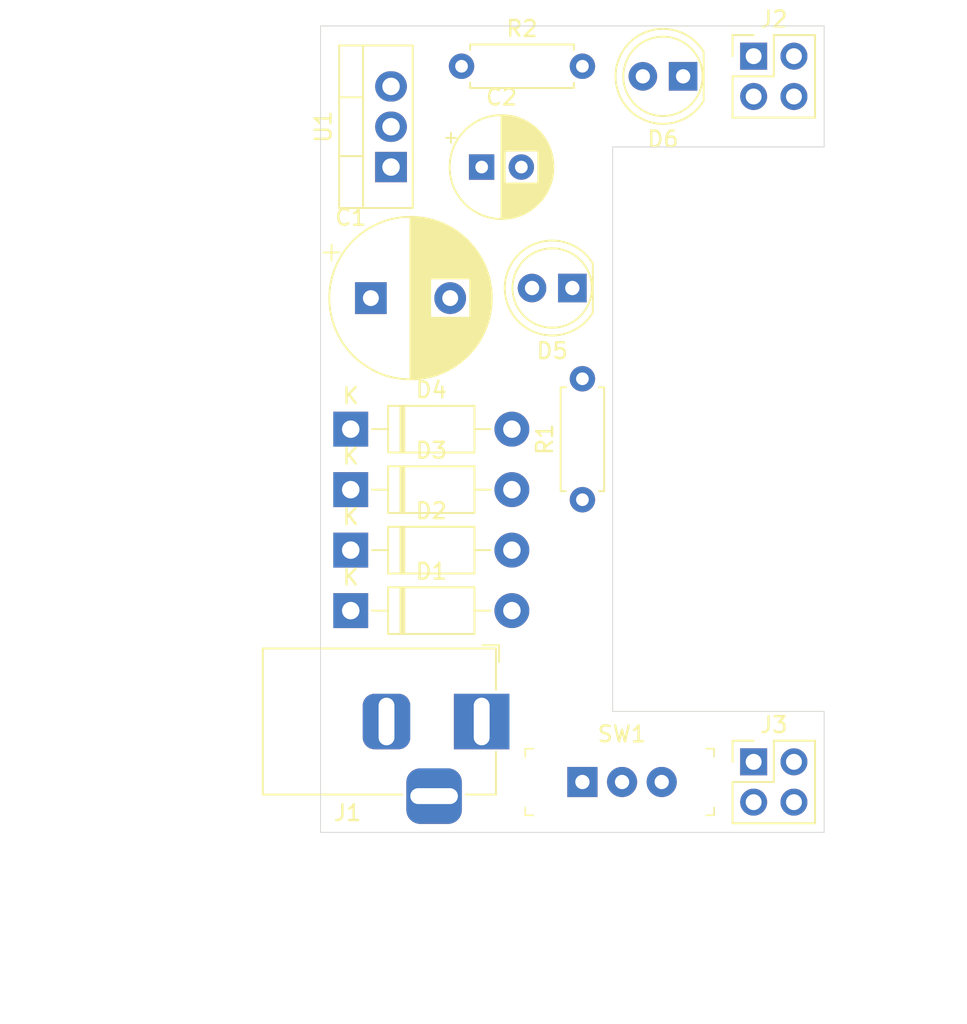
<source format=kicad_pcb>
(kicad_pcb (version 20171130) (host pcbnew "(5.1.10)-1")

  (general
    (thickness 1.6)
    (drawings 16)
    (tracks 0)
    (zones 0)
    (modules 15)
    (nets 11)
  )

  (page A)
  (title_block
    (title BreadBoardPowerSupplyLee)
    (date 2021-09-03)
    (rev 0.0.1)
    (company "Amused Scientist")
    (comment 1 "From KiCad like a pro class")
    (comment 2 "Designed by (Forrest) Lee Erickson")
  )

  (layers
    (0 F.Cu signal)
    (31 B.Cu signal)
    (32 B.Adhes user)
    (33 F.Adhes user)
    (34 B.Paste user)
    (35 F.Paste user)
    (36 B.SilkS user)
    (37 F.SilkS user)
    (38 B.Mask user)
    (39 F.Mask user)
    (40 Dwgs.User user)
    (41 Cmts.User user)
    (42 Eco1.User user)
    (43 Eco2.User user)
    (44 Edge.Cuts user)
    (45 Margin user)
    (46 B.CrtYd user)
    (47 F.CrtYd user)
    (48 B.Fab user)
    (49 F.Fab user)
  )

  (setup
    (last_trace_width 0.25)
    (user_trace_width 0.508)
    (trace_clearance 0.2)
    (zone_clearance 0.508)
    (zone_45_only no)
    (trace_min 0.2)
    (via_size 0.8)
    (via_drill 0.4)
    (via_min_size 0.4)
    (via_min_drill 0.3)
    (uvia_size 0.3)
    (uvia_drill 0.1)
    (uvias_allowed no)
    (uvia_min_size 0.2)
    (uvia_min_drill 0.1)
    (edge_width 0.05)
    (segment_width 0.2)
    (pcb_text_width 0.3)
    (pcb_text_size 1.5 1.5)
    (mod_edge_width 0.12)
    (mod_text_size 1 1)
    (mod_text_width 0.15)
    (pad_size 1.524 1.524)
    (pad_drill 0.762)
    (pad_to_mask_clearance 0)
    (aux_axis_origin 0 0)
    (visible_elements FFFFFF7F)
    (pcbplotparams
      (layerselection 0x010fc_ffffffff)
      (usegerberextensions false)
      (usegerberattributes true)
      (usegerberadvancedattributes true)
      (creategerberjobfile true)
      (excludeedgelayer true)
      (linewidth 0.100000)
      (plotframeref false)
      (viasonmask false)
      (mode 1)
      (useauxorigin false)
      (hpglpennumber 1)
      (hpglpenspeed 20)
      (hpglpendiameter 15.000000)
      (psnegative false)
      (psa4output false)
      (plotreference true)
      (plotvalue true)
      (plotinvisibletext false)
      (padsonsilk false)
      (subtractmaskfromsilk false)
      (outputformat 1)
      (mirror false)
      (drillshape 1)
      (scaleselection 1)
      (outputdirectory ""))
  )

  (net 0 "")
  (net 1 /VDCraw)
  (net 2 GND)
  (net 3 /Vout)
  (net 4 /VSwitched)
  (net 5 /VinReference)
  (net 6 /PowerOn)
  (net 7 /RegOn)
  (net 8 /Vin)
  (net 9 "Net-(J1-Pad3)")
  (net 10 "Net-(SW1-Pad3)")

  (net_class Default "This is the default net class."
    (clearance 0.2)
    (trace_width 0.25)
    (via_dia 0.8)
    (via_drill 0.4)
    (uvia_dia 0.3)
    (uvia_drill 0.1)
    (add_net /PowerOn)
    (add_net /RegOn)
    (add_net "Net-(J1-Pad3)")
    (add_net "Net-(SW1-Pad3)")
  )

  (net_class GND ""
    (clearance 0.254)
    (trace_width 1.27)
    (via_dia 1.27)
    (via_drill 0.79375)
    (uvia_dia 0.3)
    (uvia_drill 0.1)
    (add_net GND)
  )

  (net_class Power ""
    (clearance 0.254)
    (trace_width 1.016)
    (via_dia 1.27)
    (via_drill 0.79375)
    (uvia_dia 0.3)
    (uvia_drill 0.1)
    (add_net /VDCraw)
    (add_net /VSwitched)
    (add_net /Vin)
    (add_net /VinReference)
    (add_net /Vout)
  )

  (module Capacitor_THT:CP_Radial_D10.0mm_P5.00mm (layer F.Cu) (tedit 5AE50EF1) (tstamp 6132B533)
    (at 136.525 106.045)
    (descr "CP, Radial series, Radial, pin pitch=5.00mm, , diameter=10mm, Electrolytic Capacitor")
    (tags "CP Radial series Radial pin pitch 5.00mm  diameter 10mm Electrolytic Capacitor")
    (path /612FCC1E)
    (fp_text reference C1 (at -1.27 -5.08) (layer F.SilkS)
      (effects (font (size 1 1) (thickness 0.15)))
    )
    (fp_text value 470uF (at 2.5 6.25) (layer F.Fab)
      (effects (font (size 1 1) (thickness 0.15)))
    )
    (fp_line (start -2.479646 -3.375) (end -2.479646 -2.375) (layer F.SilkS) (width 0.12))
    (fp_line (start -2.979646 -2.875) (end -1.979646 -2.875) (layer F.SilkS) (width 0.12))
    (fp_line (start 7.581 -0.599) (end 7.581 0.599) (layer F.SilkS) (width 0.12))
    (fp_line (start 7.541 -0.862) (end 7.541 0.862) (layer F.SilkS) (width 0.12))
    (fp_line (start 7.501 -1.062) (end 7.501 1.062) (layer F.SilkS) (width 0.12))
    (fp_line (start 7.461 -1.23) (end 7.461 1.23) (layer F.SilkS) (width 0.12))
    (fp_line (start 7.421 -1.378) (end 7.421 1.378) (layer F.SilkS) (width 0.12))
    (fp_line (start 7.381 -1.51) (end 7.381 1.51) (layer F.SilkS) (width 0.12))
    (fp_line (start 7.341 -1.63) (end 7.341 1.63) (layer F.SilkS) (width 0.12))
    (fp_line (start 7.301 -1.742) (end 7.301 1.742) (layer F.SilkS) (width 0.12))
    (fp_line (start 7.261 -1.846) (end 7.261 1.846) (layer F.SilkS) (width 0.12))
    (fp_line (start 7.221 -1.944) (end 7.221 1.944) (layer F.SilkS) (width 0.12))
    (fp_line (start 7.181 -2.037) (end 7.181 2.037) (layer F.SilkS) (width 0.12))
    (fp_line (start 7.141 -2.125) (end 7.141 2.125) (layer F.SilkS) (width 0.12))
    (fp_line (start 7.101 -2.209) (end 7.101 2.209) (layer F.SilkS) (width 0.12))
    (fp_line (start 7.061 -2.289) (end 7.061 2.289) (layer F.SilkS) (width 0.12))
    (fp_line (start 7.021 -2.365) (end 7.021 2.365) (layer F.SilkS) (width 0.12))
    (fp_line (start 6.981 -2.439) (end 6.981 2.439) (layer F.SilkS) (width 0.12))
    (fp_line (start 6.941 -2.51) (end 6.941 2.51) (layer F.SilkS) (width 0.12))
    (fp_line (start 6.901 -2.579) (end 6.901 2.579) (layer F.SilkS) (width 0.12))
    (fp_line (start 6.861 -2.645) (end 6.861 2.645) (layer F.SilkS) (width 0.12))
    (fp_line (start 6.821 -2.709) (end 6.821 2.709) (layer F.SilkS) (width 0.12))
    (fp_line (start 6.781 -2.77) (end 6.781 2.77) (layer F.SilkS) (width 0.12))
    (fp_line (start 6.741 -2.83) (end 6.741 2.83) (layer F.SilkS) (width 0.12))
    (fp_line (start 6.701 -2.889) (end 6.701 2.889) (layer F.SilkS) (width 0.12))
    (fp_line (start 6.661 -2.945) (end 6.661 2.945) (layer F.SilkS) (width 0.12))
    (fp_line (start 6.621 -3) (end 6.621 3) (layer F.SilkS) (width 0.12))
    (fp_line (start 6.581 -3.054) (end 6.581 3.054) (layer F.SilkS) (width 0.12))
    (fp_line (start 6.541 -3.106) (end 6.541 3.106) (layer F.SilkS) (width 0.12))
    (fp_line (start 6.501 -3.156) (end 6.501 3.156) (layer F.SilkS) (width 0.12))
    (fp_line (start 6.461 -3.206) (end 6.461 3.206) (layer F.SilkS) (width 0.12))
    (fp_line (start 6.421 -3.254) (end 6.421 3.254) (layer F.SilkS) (width 0.12))
    (fp_line (start 6.381 -3.301) (end 6.381 3.301) (layer F.SilkS) (width 0.12))
    (fp_line (start 6.341 -3.347) (end 6.341 3.347) (layer F.SilkS) (width 0.12))
    (fp_line (start 6.301 -3.392) (end 6.301 3.392) (layer F.SilkS) (width 0.12))
    (fp_line (start 6.261 -3.436) (end 6.261 3.436) (layer F.SilkS) (width 0.12))
    (fp_line (start 6.221 1.241) (end 6.221 3.478) (layer F.SilkS) (width 0.12))
    (fp_line (start 6.221 -3.478) (end 6.221 -1.241) (layer F.SilkS) (width 0.12))
    (fp_line (start 6.181 1.241) (end 6.181 3.52) (layer F.SilkS) (width 0.12))
    (fp_line (start 6.181 -3.52) (end 6.181 -1.241) (layer F.SilkS) (width 0.12))
    (fp_line (start 6.141 1.241) (end 6.141 3.561) (layer F.SilkS) (width 0.12))
    (fp_line (start 6.141 -3.561) (end 6.141 -1.241) (layer F.SilkS) (width 0.12))
    (fp_line (start 6.101 1.241) (end 6.101 3.601) (layer F.SilkS) (width 0.12))
    (fp_line (start 6.101 -3.601) (end 6.101 -1.241) (layer F.SilkS) (width 0.12))
    (fp_line (start 6.061 1.241) (end 6.061 3.64) (layer F.SilkS) (width 0.12))
    (fp_line (start 6.061 -3.64) (end 6.061 -1.241) (layer F.SilkS) (width 0.12))
    (fp_line (start 6.021 1.241) (end 6.021 3.679) (layer F.SilkS) (width 0.12))
    (fp_line (start 6.021 -3.679) (end 6.021 -1.241) (layer F.SilkS) (width 0.12))
    (fp_line (start 5.981 1.241) (end 5.981 3.716) (layer F.SilkS) (width 0.12))
    (fp_line (start 5.981 -3.716) (end 5.981 -1.241) (layer F.SilkS) (width 0.12))
    (fp_line (start 5.941 1.241) (end 5.941 3.753) (layer F.SilkS) (width 0.12))
    (fp_line (start 5.941 -3.753) (end 5.941 -1.241) (layer F.SilkS) (width 0.12))
    (fp_line (start 5.901 1.241) (end 5.901 3.789) (layer F.SilkS) (width 0.12))
    (fp_line (start 5.901 -3.789) (end 5.901 -1.241) (layer F.SilkS) (width 0.12))
    (fp_line (start 5.861 1.241) (end 5.861 3.824) (layer F.SilkS) (width 0.12))
    (fp_line (start 5.861 -3.824) (end 5.861 -1.241) (layer F.SilkS) (width 0.12))
    (fp_line (start 5.821 1.241) (end 5.821 3.858) (layer F.SilkS) (width 0.12))
    (fp_line (start 5.821 -3.858) (end 5.821 -1.241) (layer F.SilkS) (width 0.12))
    (fp_line (start 5.781 1.241) (end 5.781 3.892) (layer F.SilkS) (width 0.12))
    (fp_line (start 5.781 -3.892) (end 5.781 -1.241) (layer F.SilkS) (width 0.12))
    (fp_line (start 5.741 1.241) (end 5.741 3.925) (layer F.SilkS) (width 0.12))
    (fp_line (start 5.741 -3.925) (end 5.741 -1.241) (layer F.SilkS) (width 0.12))
    (fp_line (start 5.701 1.241) (end 5.701 3.957) (layer F.SilkS) (width 0.12))
    (fp_line (start 5.701 -3.957) (end 5.701 -1.241) (layer F.SilkS) (width 0.12))
    (fp_line (start 5.661 1.241) (end 5.661 3.989) (layer F.SilkS) (width 0.12))
    (fp_line (start 5.661 -3.989) (end 5.661 -1.241) (layer F.SilkS) (width 0.12))
    (fp_line (start 5.621 1.241) (end 5.621 4.02) (layer F.SilkS) (width 0.12))
    (fp_line (start 5.621 -4.02) (end 5.621 -1.241) (layer F.SilkS) (width 0.12))
    (fp_line (start 5.581 1.241) (end 5.581 4.05) (layer F.SilkS) (width 0.12))
    (fp_line (start 5.581 -4.05) (end 5.581 -1.241) (layer F.SilkS) (width 0.12))
    (fp_line (start 5.541 1.241) (end 5.541 4.08) (layer F.SilkS) (width 0.12))
    (fp_line (start 5.541 -4.08) (end 5.541 -1.241) (layer F.SilkS) (width 0.12))
    (fp_line (start 5.501 1.241) (end 5.501 4.11) (layer F.SilkS) (width 0.12))
    (fp_line (start 5.501 -4.11) (end 5.501 -1.241) (layer F.SilkS) (width 0.12))
    (fp_line (start 5.461 1.241) (end 5.461 4.138) (layer F.SilkS) (width 0.12))
    (fp_line (start 5.461 -4.138) (end 5.461 -1.241) (layer F.SilkS) (width 0.12))
    (fp_line (start 5.421 1.241) (end 5.421 4.166) (layer F.SilkS) (width 0.12))
    (fp_line (start 5.421 -4.166) (end 5.421 -1.241) (layer F.SilkS) (width 0.12))
    (fp_line (start 5.381 1.241) (end 5.381 4.194) (layer F.SilkS) (width 0.12))
    (fp_line (start 5.381 -4.194) (end 5.381 -1.241) (layer F.SilkS) (width 0.12))
    (fp_line (start 5.341 1.241) (end 5.341 4.221) (layer F.SilkS) (width 0.12))
    (fp_line (start 5.341 -4.221) (end 5.341 -1.241) (layer F.SilkS) (width 0.12))
    (fp_line (start 5.301 1.241) (end 5.301 4.247) (layer F.SilkS) (width 0.12))
    (fp_line (start 5.301 -4.247) (end 5.301 -1.241) (layer F.SilkS) (width 0.12))
    (fp_line (start 5.261 1.241) (end 5.261 4.273) (layer F.SilkS) (width 0.12))
    (fp_line (start 5.261 -4.273) (end 5.261 -1.241) (layer F.SilkS) (width 0.12))
    (fp_line (start 5.221 1.241) (end 5.221 4.298) (layer F.SilkS) (width 0.12))
    (fp_line (start 5.221 -4.298) (end 5.221 -1.241) (layer F.SilkS) (width 0.12))
    (fp_line (start 5.181 1.241) (end 5.181 4.323) (layer F.SilkS) (width 0.12))
    (fp_line (start 5.181 -4.323) (end 5.181 -1.241) (layer F.SilkS) (width 0.12))
    (fp_line (start 5.141 1.241) (end 5.141 4.347) (layer F.SilkS) (width 0.12))
    (fp_line (start 5.141 -4.347) (end 5.141 -1.241) (layer F.SilkS) (width 0.12))
    (fp_line (start 5.101 1.241) (end 5.101 4.371) (layer F.SilkS) (width 0.12))
    (fp_line (start 5.101 -4.371) (end 5.101 -1.241) (layer F.SilkS) (width 0.12))
    (fp_line (start 5.061 1.241) (end 5.061 4.395) (layer F.SilkS) (width 0.12))
    (fp_line (start 5.061 -4.395) (end 5.061 -1.241) (layer F.SilkS) (width 0.12))
    (fp_line (start 5.021 1.241) (end 5.021 4.417) (layer F.SilkS) (width 0.12))
    (fp_line (start 5.021 -4.417) (end 5.021 -1.241) (layer F.SilkS) (width 0.12))
    (fp_line (start 4.981 1.241) (end 4.981 4.44) (layer F.SilkS) (width 0.12))
    (fp_line (start 4.981 -4.44) (end 4.981 -1.241) (layer F.SilkS) (width 0.12))
    (fp_line (start 4.941 1.241) (end 4.941 4.462) (layer F.SilkS) (width 0.12))
    (fp_line (start 4.941 -4.462) (end 4.941 -1.241) (layer F.SilkS) (width 0.12))
    (fp_line (start 4.901 1.241) (end 4.901 4.483) (layer F.SilkS) (width 0.12))
    (fp_line (start 4.901 -4.483) (end 4.901 -1.241) (layer F.SilkS) (width 0.12))
    (fp_line (start 4.861 1.241) (end 4.861 4.504) (layer F.SilkS) (width 0.12))
    (fp_line (start 4.861 -4.504) (end 4.861 -1.241) (layer F.SilkS) (width 0.12))
    (fp_line (start 4.821 1.241) (end 4.821 4.525) (layer F.SilkS) (width 0.12))
    (fp_line (start 4.821 -4.525) (end 4.821 -1.241) (layer F.SilkS) (width 0.12))
    (fp_line (start 4.781 1.241) (end 4.781 4.545) (layer F.SilkS) (width 0.12))
    (fp_line (start 4.781 -4.545) (end 4.781 -1.241) (layer F.SilkS) (width 0.12))
    (fp_line (start 4.741 1.241) (end 4.741 4.564) (layer F.SilkS) (width 0.12))
    (fp_line (start 4.741 -4.564) (end 4.741 -1.241) (layer F.SilkS) (width 0.12))
    (fp_line (start 4.701 1.241) (end 4.701 4.584) (layer F.SilkS) (width 0.12))
    (fp_line (start 4.701 -4.584) (end 4.701 -1.241) (layer F.SilkS) (width 0.12))
    (fp_line (start 4.661 1.241) (end 4.661 4.603) (layer F.SilkS) (width 0.12))
    (fp_line (start 4.661 -4.603) (end 4.661 -1.241) (layer F.SilkS) (width 0.12))
    (fp_line (start 4.621 1.241) (end 4.621 4.621) (layer F.SilkS) (width 0.12))
    (fp_line (start 4.621 -4.621) (end 4.621 -1.241) (layer F.SilkS) (width 0.12))
    (fp_line (start 4.581 1.241) (end 4.581 4.639) (layer F.SilkS) (width 0.12))
    (fp_line (start 4.581 -4.639) (end 4.581 -1.241) (layer F.SilkS) (width 0.12))
    (fp_line (start 4.541 1.241) (end 4.541 4.657) (layer F.SilkS) (width 0.12))
    (fp_line (start 4.541 -4.657) (end 4.541 -1.241) (layer F.SilkS) (width 0.12))
    (fp_line (start 4.501 1.241) (end 4.501 4.674) (layer F.SilkS) (width 0.12))
    (fp_line (start 4.501 -4.674) (end 4.501 -1.241) (layer F.SilkS) (width 0.12))
    (fp_line (start 4.461 1.241) (end 4.461 4.69) (layer F.SilkS) (width 0.12))
    (fp_line (start 4.461 -4.69) (end 4.461 -1.241) (layer F.SilkS) (width 0.12))
    (fp_line (start 4.421 1.241) (end 4.421 4.707) (layer F.SilkS) (width 0.12))
    (fp_line (start 4.421 -4.707) (end 4.421 -1.241) (layer F.SilkS) (width 0.12))
    (fp_line (start 4.381 1.241) (end 4.381 4.723) (layer F.SilkS) (width 0.12))
    (fp_line (start 4.381 -4.723) (end 4.381 -1.241) (layer F.SilkS) (width 0.12))
    (fp_line (start 4.341 1.241) (end 4.341 4.738) (layer F.SilkS) (width 0.12))
    (fp_line (start 4.341 -4.738) (end 4.341 -1.241) (layer F.SilkS) (width 0.12))
    (fp_line (start 4.301 1.241) (end 4.301 4.754) (layer F.SilkS) (width 0.12))
    (fp_line (start 4.301 -4.754) (end 4.301 -1.241) (layer F.SilkS) (width 0.12))
    (fp_line (start 4.261 1.241) (end 4.261 4.768) (layer F.SilkS) (width 0.12))
    (fp_line (start 4.261 -4.768) (end 4.261 -1.241) (layer F.SilkS) (width 0.12))
    (fp_line (start 4.221 1.241) (end 4.221 4.783) (layer F.SilkS) (width 0.12))
    (fp_line (start 4.221 -4.783) (end 4.221 -1.241) (layer F.SilkS) (width 0.12))
    (fp_line (start 4.181 1.241) (end 4.181 4.797) (layer F.SilkS) (width 0.12))
    (fp_line (start 4.181 -4.797) (end 4.181 -1.241) (layer F.SilkS) (width 0.12))
    (fp_line (start 4.141 1.241) (end 4.141 4.811) (layer F.SilkS) (width 0.12))
    (fp_line (start 4.141 -4.811) (end 4.141 -1.241) (layer F.SilkS) (width 0.12))
    (fp_line (start 4.101 1.241) (end 4.101 4.824) (layer F.SilkS) (width 0.12))
    (fp_line (start 4.101 -4.824) (end 4.101 -1.241) (layer F.SilkS) (width 0.12))
    (fp_line (start 4.061 1.241) (end 4.061 4.837) (layer F.SilkS) (width 0.12))
    (fp_line (start 4.061 -4.837) (end 4.061 -1.241) (layer F.SilkS) (width 0.12))
    (fp_line (start 4.021 1.241) (end 4.021 4.85) (layer F.SilkS) (width 0.12))
    (fp_line (start 4.021 -4.85) (end 4.021 -1.241) (layer F.SilkS) (width 0.12))
    (fp_line (start 3.981 1.241) (end 3.981 4.862) (layer F.SilkS) (width 0.12))
    (fp_line (start 3.981 -4.862) (end 3.981 -1.241) (layer F.SilkS) (width 0.12))
    (fp_line (start 3.941 1.241) (end 3.941 4.874) (layer F.SilkS) (width 0.12))
    (fp_line (start 3.941 -4.874) (end 3.941 -1.241) (layer F.SilkS) (width 0.12))
    (fp_line (start 3.901 1.241) (end 3.901 4.885) (layer F.SilkS) (width 0.12))
    (fp_line (start 3.901 -4.885) (end 3.901 -1.241) (layer F.SilkS) (width 0.12))
    (fp_line (start 3.861 1.241) (end 3.861 4.897) (layer F.SilkS) (width 0.12))
    (fp_line (start 3.861 -4.897) (end 3.861 -1.241) (layer F.SilkS) (width 0.12))
    (fp_line (start 3.821 1.241) (end 3.821 4.907) (layer F.SilkS) (width 0.12))
    (fp_line (start 3.821 -4.907) (end 3.821 -1.241) (layer F.SilkS) (width 0.12))
    (fp_line (start 3.781 1.241) (end 3.781 4.918) (layer F.SilkS) (width 0.12))
    (fp_line (start 3.781 -4.918) (end 3.781 -1.241) (layer F.SilkS) (width 0.12))
    (fp_line (start 3.741 -4.928) (end 3.741 4.928) (layer F.SilkS) (width 0.12))
    (fp_line (start 3.701 -4.938) (end 3.701 4.938) (layer F.SilkS) (width 0.12))
    (fp_line (start 3.661 -4.947) (end 3.661 4.947) (layer F.SilkS) (width 0.12))
    (fp_line (start 3.621 -4.956) (end 3.621 4.956) (layer F.SilkS) (width 0.12))
    (fp_line (start 3.581 -4.965) (end 3.581 4.965) (layer F.SilkS) (width 0.12))
    (fp_line (start 3.541 -4.974) (end 3.541 4.974) (layer F.SilkS) (width 0.12))
    (fp_line (start 3.501 -4.982) (end 3.501 4.982) (layer F.SilkS) (width 0.12))
    (fp_line (start 3.461 -4.99) (end 3.461 4.99) (layer F.SilkS) (width 0.12))
    (fp_line (start 3.421 -4.997) (end 3.421 4.997) (layer F.SilkS) (width 0.12))
    (fp_line (start 3.381 -5.004) (end 3.381 5.004) (layer F.SilkS) (width 0.12))
    (fp_line (start 3.341 -5.011) (end 3.341 5.011) (layer F.SilkS) (width 0.12))
    (fp_line (start 3.301 -5.018) (end 3.301 5.018) (layer F.SilkS) (width 0.12))
    (fp_line (start 3.261 -5.024) (end 3.261 5.024) (layer F.SilkS) (width 0.12))
    (fp_line (start 3.221 -5.03) (end 3.221 5.03) (layer F.SilkS) (width 0.12))
    (fp_line (start 3.18 -5.035) (end 3.18 5.035) (layer F.SilkS) (width 0.12))
    (fp_line (start 3.14 -5.04) (end 3.14 5.04) (layer F.SilkS) (width 0.12))
    (fp_line (start 3.1 -5.045) (end 3.1 5.045) (layer F.SilkS) (width 0.12))
    (fp_line (start 3.06 -5.05) (end 3.06 5.05) (layer F.SilkS) (width 0.12))
    (fp_line (start 3.02 -5.054) (end 3.02 5.054) (layer F.SilkS) (width 0.12))
    (fp_line (start 2.98 -5.058) (end 2.98 5.058) (layer F.SilkS) (width 0.12))
    (fp_line (start 2.94 -5.062) (end 2.94 5.062) (layer F.SilkS) (width 0.12))
    (fp_line (start 2.9 -5.065) (end 2.9 5.065) (layer F.SilkS) (width 0.12))
    (fp_line (start 2.86 -5.068) (end 2.86 5.068) (layer F.SilkS) (width 0.12))
    (fp_line (start 2.82 -5.07) (end 2.82 5.07) (layer F.SilkS) (width 0.12))
    (fp_line (start 2.78 -5.073) (end 2.78 5.073) (layer F.SilkS) (width 0.12))
    (fp_line (start 2.74 -5.075) (end 2.74 5.075) (layer F.SilkS) (width 0.12))
    (fp_line (start 2.7 -5.077) (end 2.7 5.077) (layer F.SilkS) (width 0.12))
    (fp_line (start 2.66 -5.078) (end 2.66 5.078) (layer F.SilkS) (width 0.12))
    (fp_line (start 2.62 -5.079) (end 2.62 5.079) (layer F.SilkS) (width 0.12))
    (fp_line (start 2.58 -5.08) (end 2.58 5.08) (layer F.SilkS) (width 0.12))
    (fp_line (start 2.54 -5.08) (end 2.54 5.08) (layer F.SilkS) (width 0.12))
    (fp_line (start 2.5 -5.08) (end 2.5 5.08) (layer F.SilkS) (width 0.12))
    (fp_line (start -1.288861 -2.6875) (end -1.288861 -1.6875) (layer F.Fab) (width 0.1))
    (fp_line (start -1.788861 -2.1875) (end -0.788861 -2.1875) (layer F.Fab) (width 0.1))
    (fp_circle (center 2.5 0) (end 7.75 0) (layer F.CrtYd) (width 0.05))
    (fp_circle (center 2.5 0) (end 7.62 0) (layer F.SilkS) (width 0.12))
    (fp_circle (center 2.5 0) (end 7.5 0) (layer F.Fab) (width 0.1))
    (fp_text user %R (at 2.5 0) (layer F.Fab)
      (effects (font (size 1 1) (thickness 0.15)))
    )
    (pad 1 thru_hole rect (at 0 0) (size 2 2) (drill 1) (layers *.Cu *.Mask)
      (net 1 /VDCraw))
    (pad 2 thru_hole circle (at 5 0) (size 2 2) (drill 1) (layers *.Cu *.Mask)
      (net 2 GND))
    (model ${KISYS3DMOD}/Capacitor_THT.3dshapes/CP_Radial_D10.0mm_P5.00mm.wrl
      (at (xyz 0 0 0))
      (scale (xyz 1 1 1))
      (rotate (xyz 0 0 0))
    )
  )

  (module Capacitor_THT:CP_Radial_D6.3mm_P2.50mm (layer F.Cu) (tedit 5AE50EF0) (tstamp 6132B5C7)
    (at 143.51 97.79)
    (descr "CP, Radial series, Radial, pin pitch=2.50mm, , diameter=6.3mm, Electrolytic Capacitor")
    (tags "CP Radial series Radial pin pitch 2.50mm  diameter 6.3mm Electrolytic Capacitor")
    (path /612FE82D)
    (fp_text reference C2 (at 1.25 -4.4) (layer F.SilkS)
      (effects (font (size 1 1) (thickness 0.15)))
    )
    (fp_text value 470uF (at 1.25 4.4) (layer F.Fab)
      (effects (font (size 1 1) (thickness 0.15)))
    )
    (fp_line (start -1.935241 -2.154) (end -1.935241 -1.524) (layer F.SilkS) (width 0.12))
    (fp_line (start -2.250241 -1.839) (end -1.620241 -1.839) (layer F.SilkS) (width 0.12))
    (fp_line (start 4.491 -0.402) (end 4.491 0.402) (layer F.SilkS) (width 0.12))
    (fp_line (start 4.451 -0.633) (end 4.451 0.633) (layer F.SilkS) (width 0.12))
    (fp_line (start 4.411 -0.802) (end 4.411 0.802) (layer F.SilkS) (width 0.12))
    (fp_line (start 4.371 -0.94) (end 4.371 0.94) (layer F.SilkS) (width 0.12))
    (fp_line (start 4.331 -1.059) (end 4.331 1.059) (layer F.SilkS) (width 0.12))
    (fp_line (start 4.291 -1.165) (end 4.291 1.165) (layer F.SilkS) (width 0.12))
    (fp_line (start 4.251 -1.262) (end 4.251 1.262) (layer F.SilkS) (width 0.12))
    (fp_line (start 4.211 -1.35) (end 4.211 1.35) (layer F.SilkS) (width 0.12))
    (fp_line (start 4.171 -1.432) (end 4.171 1.432) (layer F.SilkS) (width 0.12))
    (fp_line (start 4.131 -1.509) (end 4.131 1.509) (layer F.SilkS) (width 0.12))
    (fp_line (start 4.091 -1.581) (end 4.091 1.581) (layer F.SilkS) (width 0.12))
    (fp_line (start 4.051 -1.65) (end 4.051 1.65) (layer F.SilkS) (width 0.12))
    (fp_line (start 4.011 -1.714) (end 4.011 1.714) (layer F.SilkS) (width 0.12))
    (fp_line (start 3.971 -1.776) (end 3.971 1.776) (layer F.SilkS) (width 0.12))
    (fp_line (start 3.931 -1.834) (end 3.931 1.834) (layer F.SilkS) (width 0.12))
    (fp_line (start 3.891 -1.89) (end 3.891 1.89) (layer F.SilkS) (width 0.12))
    (fp_line (start 3.851 -1.944) (end 3.851 1.944) (layer F.SilkS) (width 0.12))
    (fp_line (start 3.811 -1.995) (end 3.811 1.995) (layer F.SilkS) (width 0.12))
    (fp_line (start 3.771 -2.044) (end 3.771 2.044) (layer F.SilkS) (width 0.12))
    (fp_line (start 3.731 -2.092) (end 3.731 2.092) (layer F.SilkS) (width 0.12))
    (fp_line (start 3.691 -2.137) (end 3.691 2.137) (layer F.SilkS) (width 0.12))
    (fp_line (start 3.651 -2.182) (end 3.651 2.182) (layer F.SilkS) (width 0.12))
    (fp_line (start 3.611 -2.224) (end 3.611 2.224) (layer F.SilkS) (width 0.12))
    (fp_line (start 3.571 -2.265) (end 3.571 2.265) (layer F.SilkS) (width 0.12))
    (fp_line (start 3.531 1.04) (end 3.531 2.305) (layer F.SilkS) (width 0.12))
    (fp_line (start 3.531 -2.305) (end 3.531 -1.04) (layer F.SilkS) (width 0.12))
    (fp_line (start 3.491 1.04) (end 3.491 2.343) (layer F.SilkS) (width 0.12))
    (fp_line (start 3.491 -2.343) (end 3.491 -1.04) (layer F.SilkS) (width 0.12))
    (fp_line (start 3.451 1.04) (end 3.451 2.38) (layer F.SilkS) (width 0.12))
    (fp_line (start 3.451 -2.38) (end 3.451 -1.04) (layer F.SilkS) (width 0.12))
    (fp_line (start 3.411 1.04) (end 3.411 2.416) (layer F.SilkS) (width 0.12))
    (fp_line (start 3.411 -2.416) (end 3.411 -1.04) (layer F.SilkS) (width 0.12))
    (fp_line (start 3.371 1.04) (end 3.371 2.45) (layer F.SilkS) (width 0.12))
    (fp_line (start 3.371 -2.45) (end 3.371 -1.04) (layer F.SilkS) (width 0.12))
    (fp_line (start 3.331 1.04) (end 3.331 2.484) (layer F.SilkS) (width 0.12))
    (fp_line (start 3.331 -2.484) (end 3.331 -1.04) (layer F.SilkS) (width 0.12))
    (fp_line (start 3.291 1.04) (end 3.291 2.516) (layer F.SilkS) (width 0.12))
    (fp_line (start 3.291 -2.516) (end 3.291 -1.04) (layer F.SilkS) (width 0.12))
    (fp_line (start 3.251 1.04) (end 3.251 2.548) (layer F.SilkS) (width 0.12))
    (fp_line (start 3.251 -2.548) (end 3.251 -1.04) (layer F.SilkS) (width 0.12))
    (fp_line (start 3.211 1.04) (end 3.211 2.578) (layer F.SilkS) (width 0.12))
    (fp_line (start 3.211 -2.578) (end 3.211 -1.04) (layer F.SilkS) (width 0.12))
    (fp_line (start 3.171 1.04) (end 3.171 2.607) (layer F.SilkS) (width 0.12))
    (fp_line (start 3.171 -2.607) (end 3.171 -1.04) (layer F.SilkS) (width 0.12))
    (fp_line (start 3.131 1.04) (end 3.131 2.636) (layer F.SilkS) (width 0.12))
    (fp_line (start 3.131 -2.636) (end 3.131 -1.04) (layer F.SilkS) (width 0.12))
    (fp_line (start 3.091 1.04) (end 3.091 2.664) (layer F.SilkS) (width 0.12))
    (fp_line (start 3.091 -2.664) (end 3.091 -1.04) (layer F.SilkS) (width 0.12))
    (fp_line (start 3.051 1.04) (end 3.051 2.69) (layer F.SilkS) (width 0.12))
    (fp_line (start 3.051 -2.69) (end 3.051 -1.04) (layer F.SilkS) (width 0.12))
    (fp_line (start 3.011 1.04) (end 3.011 2.716) (layer F.SilkS) (width 0.12))
    (fp_line (start 3.011 -2.716) (end 3.011 -1.04) (layer F.SilkS) (width 0.12))
    (fp_line (start 2.971 1.04) (end 2.971 2.742) (layer F.SilkS) (width 0.12))
    (fp_line (start 2.971 -2.742) (end 2.971 -1.04) (layer F.SilkS) (width 0.12))
    (fp_line (start 2.931 1.04) (end 2.931 2.766) (layer F.SilkS) (width 0.12))
    (fp_line (start 2.931 -2.766) (end 2.931 -1.04) (layer F.SilkS) (width 0.12))
    (fp_line (start 2.891 1.04) (end 2.891 2.79) (layer F.SilkS) (width 0.12))
    (fp_line (start 2.891 -2.79) (end 2.891 -1.04) (layer F.SilkS) (width 0.12))
    (fp_line (start 2.851 1.04) (end 2.851 2.812) (layer F.SilkS) (width 0.12))
    (fp_line (start 2.851 -2.812) (end 2.851 -1.04) (layer F.SilkS) (width 0.12))
    (fp_line (start 2.811 1.04) (end 2.811 2.834) (layer F.SilkS) (width 0.12))
    (fp_line (start 2.811 -2.834) (end 2.811 -1.04) (layer F.SilkS) (width 0.12))
    (fp_line (start 2.771 1.04) (end 2.771 2.856) (layer F.SilkS) (width 0.12))
    (fp_line (start 2.771 -2.856) (end 2.771 -1.04) (layer F.SilkS) (width 0.12))
    (fp_line (start 2.731 1.04) (end 2.731 2.876) (layer F.SilkS) (width 0.12))
    (fp_line (start 2.731 -2.876) (end 2.731 -1.04) (layer F.SilkS) (width 0.12))
    (fp_line (start 2.691 1.04) (end 2.691 2.896) (layer F.SilkS) (width 0.12))
    (fp_line (start 2.691 -2.896) (end 2.691 -1.04) (layer F.SilkS) (width 0.12))
    (fp_line (start 2.651 1.04) (end 2.651 2.916) (layer F.SilkS) (width 0.12))
    (fp_line (start 2.651 -2.916) (end 2.651 -1.04) (layer F.SilkS) (width 0.12))
    (fp_line (start 2.611 1.04) (end 2.611 2.934) (layer F.SilkS) (width 0.12))
    (fp_line (start 2.611 -2.934) (end 2.611 -1.04) (layer F.SilkS) (width 0.12))
    (fp_line (start 2.571 1.04) (end 2.571 2.952) (layer F.SilkS) (width 0.12))
    (fp_line (start 2.571 -2.952) (end 2.571 -1.04) (layer F.SilkS) (width 0.12))
    (fp_line (start 2.531 1.04) (end 2.531 2.97) (layer F.SilkS) (width 0.12))
    (fp_line (start 2.531 -2.97) (end 2.531 -1.04) (layer F.SilkS) (width 0.12))
    (fp_line (start 2.491 1.04) (end 2.491 2.986) (layer F.SilkS) (width 0.12))
    (fp_line (start 2.491 -2.986) (end 2.491 -1.04) (layer F.SilkS) (width 0.12))
    (fp_line (start 2.451 1.04) (end 2.451 3.002) (layer F.SilkS) (width 0.12))
    (fp_line (start 2.451 -3.002) (end 2.451 -1.04) (layer F.SilkS) (width 0.12))
    (fp_line (start 2.411 1.04) (end 2.411 3.018) (layer F.SilkS) (width 0.12))
    (fp_line (start 2.411 -3.018) (end 2.411 -1.04) (layer F.SilkS) (width 0.12))
    (fp_line (start 2.371 1.04) (end 2.371 3.033) (layer F.SilkS) (width 0.12))
    (fp_line (start 2.371 -3.033) (end 2.371 -1.04) (layer F.SilkS) (width 0.12))
    (fp_line (start 2.331 1.04) (end 2.331 3.047) (layer F.SilkS) (width 0.12))
    (fp_line (start 2.331 -3.047) (end 2.331 -1.04) (layer F.SilkS) (width 0.12))
    (fp_line (start 2.291 1.04) (end 2.291 3.061) (layer F.SilkS) (width 0.12))
    (fp_line (start 2.291 -3.061) (end 2.291 -1.04) (layer F.SilkS) (width 0.12))
    (fp_line (start 2.251 1.04) (end 2.251 3.074) (layer F.SilkS) (width 0.12))
    (fp_line (start 2.251 -3.074) (end 2.251 -1.04) (layer F.SilkS) (width 0.12))
    (fp_line (start 2.211 1.04) (end 2.211 3.086) (layer F.SilkS) (width 0.12))
    (fp_line (start 2.211 -3.086) (end 2.211 -1.04) (layer F.SilkS) (width 0.12))
    (fp_line (start 2.171 1.04) (end 2.171 3.098) (layer F.SilkS) (width 0.12))
    (fp_line (start 2.171 -3.098) (end 2.171 -1.04) (layer F.SilkS) (width 0.12))
    (fp_line (start 2.131 1.04) (end 2.131 3.11) (layer F.SilkS) (width 0.12))
    (fp_line (start 2.131 -3.11) (end 2.131 -1.04) (layer F.SilkS) (width 0.12))
    (fp_line (start 2.091 1.04) (end 2.091 3.121) (layer F.SilkS) (width 0.12))
    (fp_line (start 2.091 -3.121) (end 2.091 -1.04) (layer F.SilkS) (width 0.12))
    (fp_line (start 2.051 1.04) (end 2.051 3.131) (layer F.SilkS) (width 0.12))
    (fp_line (start 2.051 -3.131) (end 2.051 -1.04) (layer F.SilkS) (width 0.12))
    (fp_line (start 2.011 1.04) (end 2.011 3.141) (layer F.SilkS) (width 0.12))
    (fp_line (start 2.011 -3.141) (end 2.011 -1.04) (layer F.SilkS) (width 0.12))
    (fp_line (start 1.971 1.04) (end 1.971 3.15) (layer F.SilkS) (width 0.12))
    (fp_line (start 1.971 -3.15) (end 1.971 -1.04) (layer F.SilkS) (width 0.12))
    (fp_line (start 1.93 1.04) (end 1.93 3.159) (layer F.SilkS) (width 0.12))
    (fp_line (start 1.93 -3.159) (end 1.93 -1.04) (layer F.SilkS) (width 0.12))
    (fp_line (start 1.89 1.04) (end 1.89 3.167) (layer F.SilkS) (width 0.12))
    (fp_line (start 1.89 -3.167) (end 1.89 -1.04) (layer F.SilkS) (width 0.12))
    (fp_line (start 1.85 1.04) (end 1.85 3.175) (layer F.SilkS) (width 0.12))
    (fp_line (start 1.85 -3.175) (end 1.85 -1.04) (layer F.SilkS) (width 0.12))
    (fp_line (start 1.81 1.04) (end 1.81 3.182) (layer F.SilkS) (width 0.12))
    (fp_line (start 1.81 -3.182) (end 1.81 -1.04) (layer F.SilkS) (width 0.12))
    (fp_line (start 1.77 1.04) (end 1.77 3.189) (layer F.SilkS) (width 0.12))
    (fp_line (start 1.77 -3.189) (end 1.77 -1.04) (layer F.SilkS) (width 0.12))
    (fp_line (start 1.73 1.04) (end 1.73 3.195) (layer F.SilkS) (width 0.12))
    (fp_line (start 1.73 -3.195) (end 1.73 -1.04) (layer F.SilkS) (width 0.12))
    (fp_line (start 1.69 1.04) (end 1.69 3.201) (layer F.SilkS) (width 0.12))
    (fp_line (start 1.69 -3.201) (end 1.69 -1.04) (layer F.SilkS) (width 0.12))
    (fp_line (start 1.65 1.04) (end 1.65 3.206) (layer F.SilkS) (width 0.12))
    (fp_line (start 1.65 -3.206) (end 1.65 -1.04) (layer F.SilkS) (width 0.12))
    (fp_line (start 1.61 1.04) (end 1.61 3.211) (layer F.SilkS) (width 0.12))
    (fp_line (start 1.61 -3.211) (end 1.61 -1.04) (layer F.SilkS) (width 0.12))
    (fp_line (start 1.57 1.04) (end 1.57 3.215) (layer F.SilkS) (width 0.12))
    (fp_line (start 1.57 -3.215) (end 1.57 -1.04) (layer F.SilkS) (width 0.12))
    (fp_line (start 1.53 1.04) (end 1.53 3.218) (layer F.SilkS) (width 0.12))
    (fp_line (start 1.53 -3.218) (end 1.53 -1.04) (layer F.SilkS) (width 0.12))
    (fp_line (start 1.49 1.04) (end 1.49 3.222) (layer F.SilkS) (width 0.12))
    (fp_line (start 1.49 -3.222) (end 1.49 -1.04) (layer F.SilkS) (width 0.12))
    (fp_line (start 1.45 -3.224) (end 1.45 3.224) (layer F.SilkS) (width 0.12))
    (fp_line (start 1.41 -3.227) (end 1.41 3.227) (layer F.SilkS) (width 0.12))
    (fp_line (start 1.37 -3.228) (end 1.37 3.228) (layer F.SilkS) (width 0.12))
    (fp_line (start 1.33 -3.23) (end 1.33 3.23) (layer F.SilkS) (width 0.12))
    (fp_line (start 1.29 -3.23) (end 1.29 3.23) (layer F.SilkS) (width 0.12))
    (fp_line (start 1.25 -3.23) (end 1.25 3.23) (layer F.SilkS) (width 0.12))
    (fp_line (start -1.128972 -1.6885) (end -1.128972 -1.0585) (layer F.Fab) (width 0.1))
    (fp_line (start -1.443972 -1.3735) (end -0.813972 -1.3735) (layer F.Fab) (width 0.1))
    (fp_circle (center 1.25 0) (end 4.65 0) (layer F.CrtYd) (width 0.05))
    (fp_circle (center 1.25 0) (end 4.52 0) (layer F.SilkS) (width 0.12))
    (fp_circle (center 1.25 0) (end 4.4 0) (layer F.Fab) (width 0.1))
    (fp_text user %R (at 1.25 0) (layer F.Fab)
      (effects (font (size 1 1) (thickness 0.15)))
    )
    (pad 1 thru_hole rect (at 0 0) (size 1.6 1.6) (drill 0.8) (layers *.Cu *.Mask)
      (net 3 /Vout))
    (pad 2 thru_hole circle (at 2.5 0) (size 1.6 1.6) (drill 0.8) (layers *.Cu *.Mask)
      (net 2 GND))
    (model ${KISYS3DMOD}/Capacitor_THT.3dshapes/CP_Radial_D6.3mm_P2.50mm.wrl
      (at (xyz 0 0 0))
      (scale (xyz 1 1 1))
      (rotate (xyz 0 0 0))
    )
  )

  (module Diode_THT:D_DO-41_SOD81_P10.16mm_Horizontal (layer F.Cu) (tedit 5AE50CD5) (tstamp 6132B5E6)
    (at 135.255 125.73)
    (descr "Diode, DO-41_SOD81 series, Axial, Horizontal, pin pitch=10.16mm, , length*diameter=5.2*2.7mm^2, , http://www.diodes.com/_files/packages/DO-41%20(Plastic).pdf")
    (tags "Diode DO-41_SOD81 series Axial Horizontal pin pitch 10.16mm  length 5.2mm diameter 2.7mm")
    (path /613005C3)
    (fp_text reference D1 (at 5.08 -2.47) (layer F.SilkS)
      (effects (font (size 1 1) (thickness 0.15)))
    )
    (fp_text value 1N4007 (at 5.08 2.47) (layer F.Fab)
      (effects (font (size 1 1) (thickness 0.15)))
    )
    (fp_line (start 11.51 -1.6) (end -1.35 -1.6) (layer F.CrtYd) (width 0.05))
    (fp_line (start 11.51 1.6) (end 11.51 -1.6) (layer F.CrtYd) (width 0.05))
    (fp_line (start -1.35 1.6) (end 11.51 1.6) (layer F.CrtYd) (width 0.05))
    (fp_line (start -1.35 -1.6) (end -1.35 1.6) (layer F.CrtYd) (width 0.05))
    (fp_line (start 3.14 -1.47) (end 3.14 1.47) (layer F.SilkS) (width 0.12))
    (fp_line (start 3.38 -1.47) (end 3.38 1.47) (layer F.SilkS) (width 0.12))
    (fp_line (start 3.26 -1.47) (end 3.26 1.47) (layer F.SilkS) (width 0.12))
    (fp_line (start 8.82 0) (end 7.8 0) (layer F.SilkS) (width 0.12))
    (fp_line (start 1.34 0) (end 2.36 0) (layer F.SilkS) (width 0.12))
    (fp_line (start 7.8 -1.47) (end 2.36 -1.47) (layer F.SilkS) (width 0.12))
    (fp_line (start 7.8 1.47) (end 7.8 -1.47) (layer F.SilkS) (width 0.12))
    (fp_line (start 2.36 1.47) (end 7.8 1.47) (layer F.SilkS) (width 0.12))
    (fp_line (start 2.36 -1.47) (end 2.36 1.47) (layer F.SilkS) (width 0.12))
    (fp_line (start 3.16 -1.35) (end 3.16 1.35) (layer F.Fab) (width 0.1))
    (fp_line (start 3.36 -1.35) (end 3.36 1.35) (layer F.Fab) (width 0.1))
    (fp_line (start 3.26 -1.35) (end 3.26 1.35) (layer F.Fab) (width 0.1))
    (fp_line (start 10.16 0) (end 7.68 0) (layer F.Fab) (width 0.1))
    (fp_line (start 0 0) (end 2.48 0) (layer F.Fab) (width 0.1))
    (fp_line (start 7.68 -1.35) (end 2.48 -1.35) (layer F.Fab) (width 0.1))
    (fp_line (start 7.68 1.35) (end 7.68 -1.35) (layer F.Fab) (width 0.1))
    (fp_line (start 2.48 1.35) (end 7.68 1.35) (layer F.Fab) (width 0.1))
    (fp_line (start 2.48 -1.35) (end 2.48 1.35) (layer F.Fab) (width 0.1))
    (fp_text user %R (at 5.47 0) (layer F.Fab)
      (effects (font (size 1 1) (thickness 0.15)))
    )
    (fp_text user K (at 0 -2.1) (layer F.Fab)
      (effects (font (size 1 1) (thickness 0.15)))
    )
    (fp_text user K (at 0 -2.1) (layer F.SilkS)
      (effects (font (size 1 1) (thickness 0.15)))
    )
    (pad 1 thru_hole rect (at 0 0) (size 2.2 2.2) (drill 1.1) (layers *.Cu *.Mask)
      (net 1 /VDCraw))
    (pad 2 thru_hole oval (at 10.16 0) (size 2.2 2.2) (drill 1.1) (layers *.Cu *.Mask)
      (net 4 /VSwitched))
    (model ${KISYS3DMOD}/Diode_THT.3dshapes/D_DO-41_SOD81_P10.16mm_Horizontal.wrl
      (at (xyz 0 0 0))
      (scale (xyz 1 1 1))
      (rotate (xyz 0 0 0))
    )
  )

  (module Diode_THT:D_DO-41_SOD81_P10.16mm_Horizontal (layer F.Cu) (tedit 5AE50CD5) (tstamp 6132B605)
    (at 135.255 121.92)
    (descr "Diode, DO-41_SOD81 series, Axial, Horizontal, pin pitch=10.16mm, , length*diameter=5.2*2.7mm^2, , http://www.diodes.com/_files/packages/DO-41%20(Plastic).pdf")
    (tags "Diode DO-41_SOD81 series Axial Horizontal pin pitch 10.16mm  length 5.2mm diameter 2.7mm")
    (path /6131CBCD)
    (fp_text reference D2 (at 5.08 -2.47) (layer F.SilkS)
      (effects (font (size 1 1) (thickness 0.15)))
    )
    (fp_text value 1N4007 (at 5.08 2.47) (layer F.Fab)
      (effects (font (size 1 1) (thickness 0.15)))
    )
    (fp_line (start 11.51 -1.6) (end -1.35 -1.6) (layer F.CrtYd) (width 0.05))
    (fp_line (start 11.51 1.6) (end 11.51 -1.6) (layer F.CrtYd) (width 0.05))
    (fp_line (start -1.35 1.6) (end 11.51 1.6) (layer F.CrtYd) (width 0.05))
    (fp_line (start -1.35 -1.6) (end -1.35 1.6) (layer F.CrtYd) (width 0.05))
    (fp_line (start 3.14 -1.47) (end 3.14 1.47) (layer F.SilkS) (width 0.12))
    (fp_line (start 3.38 -1.47) (end 3.38 1.47) (layer F.SilkS) (width 0.12))
    (fp_line (start 3.26 -1.47) (end 3.26 1.47) (layer F.SilkS) (width 0.12))
    (fp_line (start 8.82 0) (end 7.8 0) (layer F.SilkS) (width 0.12))
    (fp_line (start 1.34 0) (end 2.36 0) (layer F.SilkS) (width 0.12))
    (fp_line (start 7.8 -1.47) (end 2.36 -1.47) (layer F.SilkS) (width 0.12))
    (fp_line (start 7.8 1.47) (end 7.8 -1.47) (layer F.SilkS) (width 0.12))
    (fp_line (start 2.36 1.47) (end 7.8 1.47) (layer F.SilkS) (width 0.12))
    (fp_line (start 2.36 -1.47) (end 2.36 1.47) (layer F.SilkS) (width 0.12))
    (fp_line (start 3.16 -1.35) (end 3.16 1.35) (layer F.Fab) (width 0.1))
    (fp_line (start 3.36 -1.35) (end 3.36 1.35) (layer F.Fab) (width 0.1))
    (fp_line (start 3.26 -1.35) (end 3.26 1.35) (layer F.Fab) (width 0.1))
    (fp_line (start 10.16 0) (end 7.68 0) (layer F.Fab) (width 0.1))
    (fp_line (start 0 0) (end 2.48 0) (layer F.Fab) (width 0.1))
    (fp_line (start 7.68 -1.35) (end 2.48 -1.35) (layer F.Fab) (width 0.1))
    (fp_line (start 7.68 1.35) (end 7.68 -1.35) (layer F.Fab) (width 0.1))
    (fp_line (start 2.48 1.35) (end 7.68 1.35) (layer F.Fab) (width 0.1))
    (fp_line (start 2.48 -1.35) (end 2.48 1.35) (layer F.Fab) (width 0.1))
    (fp_text user %R (at 5.47 0) (layer F.Fab)
      (effects (font (size 1 1) (thickness 0.15)))
    )
    (fp_text user K (at 0 -2.1) (layer F.Fab)
      (effects (font (size 1 1) (thickness 0.15)))
    )
    (fp_text user K (at 0 -2.1) (layer F.SilkS)
      (effects (font (size 1 1) (thickness 0.15)))
    )
    (pad 1 thru_hole rect (at 0 0) (size 2.2 2.2) (drill 1.1) (layers *.Cu *.Mask)
      (net 4 /VSwitched))
    (pad 2 thru_hole oval (at 10.16 0) (size 2.2 2.2) (drill 1.1) (layers *.Cu *.Mask)
      (net 2 GND))
    (model ${KISYS3DMOD}/Diode_THT.3dshapes/D_DO-41_SOD81_P10.16mm_Horizontal.wrl
      (at (xyz 0 0 0))
      (scale (xyz 1 1 1))
      (rotate (xyz 0 0 0))
    )
  )

  (module Diode_THT:D_DO-41_SOD81_P10.16mm_Horizontal (layer F.Cu) (tedit 5AE50CD5) (tstamp 6132B624)
    (at 135.255 118.11)
    (descr "Diode, DO-41_SOD81 series, Axial, Horizontal, pin pitch=10.16mm, , length*diameter=5.2*2.7mm^2, , http://www.diodes.com/_files/packages/DO-41%20(Plastic).pdf")
    (tags "Diode DO-41_SOD81 series Axial Horizontal pin pitch 10.16mm  length 5.2mm diameter 2.7mm")
    (path /6131C7FC)
    (fp_text reference D3 (at 5.08 -2.47) (layer F.SilkS)
      (effects (font (size 1 1) (thickness 0.15)))
    )
    (fp_text value 1N4007 (at 5.08 2.47) (layer F.Fab)
      (effects (font (size 1 1) (thickness 0.15)))
    )
    (fp_text user K (at 0 -2.1) (layer F.SilkS)
      (effects (font (size 1 1) (thickness 0.15)))
    )
    (fp_text user K (at 0 -2.1) (layer F.Fab)
      (effects (font (size 1 1) (thickness 0.15)))
    )
    (fp_text user %R (at 5.47 0) (layer F.Fab)
      (effects (font (size 1 1) (thickness 0.15)))
    )
    (fp_line (start 2.48 -1.35) (end 2.48 1.35) (layer F.Fab) (width 0.1))
    (fp_line (start 2.48 1.35) (end 7.68 1.35) (layer F.Fab) (width 0.1))
    (fp_line (start 7.68 1.35) (end 7.68 -1.35) (layer F.Fab) (width 0.1))
    (fp_line (start 7.68 -1.35) (end 2.48 -1.35) (layer F.Fab) (width 0.1))
    (fp_line (start 0 0) (end 2.48 0) (layer F.Fab) (width 0.1))
    (fp_line (start 10.16 0) (end 7.68 0) (layer F.Fab) (width 0.1))
    (fp_line (start 3.26 -1.35) (end 3.26 1.35) (layer F.Fab) (width 0.1))
    (fp_line (start 3.36 -1.35) (end 3.36 1.35) (layer F.Fab) (width 0.1))
    (fp_line (start 3.16 -1.35) (end 3.16 1.35) (layer F.Fab) (width 0.1))
    (fp_line (start 2.36 -1.47) (end 2.36 1.47) (layer F.SilkS) (width 0.12))
    (fp_line (start 2.36 1.47) (end 7.8 1.47) (layer F.SilkS) (width 0.12))
    (fp_line (start 7.8 1.47) (end 7.8 -1.47) (layer F.SilkS) (width 0.12))
    (fp_line (start 7.8 -1.47) (end 2.36 -1.47) (layer F.SilkS) (width 0.12))
    (fp_line (start 1.34 0) (end 2.36 0) (layer F.SilkS) (width 0.12))
    (fp_line (start 8.82 0) (end 7.8 0) (layer F.SilkS) (width 0.12))
    (fp_line (start 3.26 -1.47) (end 3.26 1.47) (layer F.SilkS) (width 0.12))
    (fp_line (start 3.38 -1.47) (end 3.38 1.47) (layer F.SilkS) (width 0.12))
    (fp_line (start 3.14 -1.47) (end 3.14 1.47) (layer F.SilkS) (width 0.12))
    (fp_line (start -1.35 -1.6) (end -1.35 1.6) (layer F.CrtYd) (width 0.05))
    (fp_line (start -1.35 1.6) (end 11.51 1.6) (layer F.CrtYd) (width 0.05))
    (fp_line (start 11.51 1.6) (end 11.51 -1.6) (layer F.CrtYd) (width 0.05))
    (fp_line (start 11.51 -1.6) (end -1.35 -1.6) (layer F.CrtYd) (width 0.05))
    (pad 2 thru_hole oval (at 10.16 0) (size 2.2 2.2) (drill 1.1) (layers *.Cu *.Mask)
      (net 5 /VinReference))
    (pad 1 thru_hole rect (at 0 0) (size 2.2 2.2) (drill 1.1) (layers *.Cu *.Mask)
      (net 1 /VDCraw))
    (model ${KISYS3DMOD}/Diode_THT.3dshapes/D_DO-41_SOD81_P10.16mm_Horizontal.wrl
      (at (xyz 0 0 0))
      (scale (xyz 1 1 1))
      (rotate (xyz 0 0 0))
    )
  )

  (module Diode_THT:D_DO-41_SOD81_P10.16mm_Horizontal (layer F.Cu) (tedit 5AE50CD5) (tstamp 6132B643)
    (at 135.255 114.3)
    (descr "Diode, DO-41_SOD81 series, Axial, Horizontal, pin pitch=10.16mm, , length*diameter=5.2*2.7mm^2, , http://www.diodes.com/_files/packages/DO-41%20(Plastic).pdf")
    (tags "Diode DO-41_SOD81 series Axial Horizontal pin pitch 10.16mm  length 5.2mm diameter 2.7mm")
    (path /6131CDDC)
    (fp_text reference D4 (at 5.08 -2.47) (layer F.SilkS)
      (effects (font (size 1 1) (thickness 0.15)))
    )
    (fp_text value 1N4007 (at 5.08 2.47) (layer F.Fab)
      (effects (font (size 1 1) (thickness 0.15)))
    )
    (fp_text user K (at 0 -2.1) (layer F.SilkS)
      (effects (font (size 1 1) (thickness 0.15)))
    )
    (fp_text user K (at 0 -2.1) (layer F.Fab)
      (effects (font (size 1 1) (thickness 0.15)))
    )
    (fp_text user %R (at 5.47 0) (layer F.Fab)
      (effects (font (size 1 1) (thickness 0.15)))
    )
    (fp_line (start 2.48 -1.35) (end 2.48 1.35) (layer F.Fab) (width 0.1))
    (fp_line (start 2.48 1.35) (end 7.68 1.35) (layer F.Fab) (width 0.1))
    (fp_line (start 7.68 1.35) (end 7.68 -1.35) (layer F.Fab) (width 0.1))
    (fp_line (start 7.68 -1.35) (end 2.48 -1.35) (layer F.Fab) (width 0.1))
    (fp_line (start 0 0) (end 2.48 0) (layer F.Fab) (width 0.1))
    (fp_line (start 10.16 0) (end 7.68 0) (layer F.Fab) (width 0.1))
    (fp_line (start 3.26 -1.35) (end 3.26 1.35) (layer F.Fab) (width 0.1))
    (fp_line (start 3.36 -1.35) (end 3.36 1.35) (layer F.Fab) (width 0.1))
    (fp_line (start 3.16 -1.35) (end 3.16 1.35) (layer F.Fab) (width 0.1))
    (fp_line (start 2.36 -1.47) (end 2.36 1.47) (layer F.SilkS) (width 0.12))
    (fp_line (start 2.36 1.47) (end 7.8 1.47) (layer F.SilkS) (width 0.12))
    (fp_line (start 7.8 1.47) (end 7.8 -1.47) (layer F.SilkS) (width 0.12))
    (fp_line (start 7.8 -1.47) (end 2.36 -1.47) (layer F.SilkS) (width 0.12))
    (fp_line (start 1.34 0) (end 2.36 0) (layer F.SilkS) (width 0.12))
    (fp_line (start 8.82 0) (end 7.8 0) (layer F.SilkS) (width 0.12))
    (fp_line (start 3.26 -1.47) (end 3.26 1.47) (layer F.SilkS) (width 0.12))
    (fp_line (start 3.38 -1.47) (end 3.38 1.47) (layer F.SilkS) (width 0.12))
    (fp_line (start 3.14 -1.47) (end 3.14 1.47) (layer F.SilkS) (width 0.12))
    (fp_line (start -1.35 -1.6) (end -1.35 1.6) (layer F.CrtYd) (width 0.05))
    (fp_line (start -1.35 1.6) (end 11.51 1.6) (layer F.CrtYd) (width 0.05))
    (fp_line (start 11.51 1.6) (end 11.51 -1.6) (layer F.CrtYd) (width 0.05))
    (fp_line (start 11.51 -1.6) (end -1.35 -1.6) (layer F.CrtYd) (width 0.05))
    (pad 2 thru_hole oval (at 10.16 0) (size 2.2 2.2) (drill 1.1) (layers *.Cu *.Mask)
      (net 2 GND))
    (pad 1 thru_hole rect (at 0 0) (size 2.2 2.2) (drill 1.1) (layers *.Cu *.Mask)
      (net 5 /VinReference))
    (model ${KISYS3DMOD}/Diode_THT.3dshapes/D_DO-41_SOD81_P10.16mm_Horizontal.wrl
      (at (xyz 0 0 0))
      (scale (xyz 1 1 1))
      (rotate (xyz 0 0 0))
    )
  )

  (module LED_THT:LED_D5.0mm (layer F.Cu) (tedit 5995936A) (tstamp 6132B655)
    (at 149.225 105.41 180)
    (descr "LED, diameter 5.0mm, 2 pins, http://cdn-reichelt.de/documents/datenblatt/A500/LL-504BC2E-009.pdf")
    (tags "LED diameter 5.0mm 2 pins")
    (path /61308960)
    (fp_text reference D5 (at 1.27 -3.96) (layer F.SilkS)
      (effects (font (size 1 1) (thickness 0.15)))
    )
    (fp_text value LED_Green (at 1.27 3.96) (layer F.Fab)
      (effects (font (size 1 1) (thickness 0.15)))
    )
    (fp_line (start 4.5 -3.25) (end -1.95 -3.25) (layer F.CrtYd) (width 0.05))
    (fp_line (start 4.5 3.25) (end 4.5 -3.25) (layer F.CrtYd) (width 0.05))
    (fp_line (start -1.95 3.25) (end 4.5 3.25) (layer F.CrtYd) (width 0.05))
    (fp_line (start -1.95 -3.25) (end -1.95 3.25) (layer F.CrtYd) (width 0.05))
    (fp_line (start -1.29 -1.545) (end -1.29 1.545) (layer F.SilkS) (width 0.12))
    (fp_line (start -1.23 -1.469694) (end -1.23 1.469694) (layer F.Fab) (width 0.1))
    (fp_circle (center 1.27 0) (end 3.77 0) (layer F.SilkS) (width 0.12))
    (fp_circle (center 1.27 0) (end 3.77 0) (layer F.Fab) (width 0.1))
    (fp_arc (start 1.27 0) (end -1.23 -1.469694) (angle 299.1) (layer F.Fab) (width 0.1))
    (fp_arc (start 1.27 0) (end -1.29 -1.54483) (angle 148.9) (layer F.SilkS) (width 0.12))
    (fp_arc (start 1.27 0) (end -1.29 1.54483) (angle -148.9) (layer F.SilkS) (width 0.12))
    (fp_text user %R (at 1.25 0) (layer F.Fab)
      (effects (font (size 0.8 0.8) (thickness 0.2)))
    )
    (pad 1 thru_hole rect (at 0 0 180) (size 1.8 1.8) (drill 0.9) (layers *.Cu *.Mask)
      (net 2 GND))
    (pad 2 thru_hole circle (at 2.54 0 180) (size 1.8 1.8) (drill 0.9) (layers *.Cu *.Mask)
      (net 6 /PowerOn))
    (model ${KISYS3DMOD}/LED_THT.3dshapes/LED_D5.0mm.wrl
      (at (xyz 0 0 0))
      (scale (xyz 1 1 1))
      (rotate (xyz 0 0 0))
    )
  )

  (module LED_THT:LED_D5.0mm (layer F.Cu) (tedit 5995936A) (tstamp 6132B667)
    (at 156.21 92.075 180)
    (descr "LED, diameter 5.0mm, 2 pins, http://cdn-reichelt.de/documents/datenblatt/A500/LL-504BC2E-009.pdf")
    (tags "LED diameter 5.0mm 2 pins")
    (path /61309746)
    (fp_text reference D6 (at 1.27 -3.96) (layer F.SilkS)
      (effects (font (size 1 1) (thickness 0.15)))
    )
    (fp_text value LED_Red (at 1.27 3.96) (layer F.Fab)
      (effects (font (size 1 1) (thickness 0.15)))
    )
    (fp_line (start 4.5 -3.25) (end -1.95 -3.25) (layer F.CrtYd) (width 0.05))
    (fp_line (start 4.5 3.25) (end 4.5 -3.25) (layer F.CrtYd) (width 0.05))
    (fp_line (start -1.95 3.25) (end 4.5 3.25) (layer F.CrtYd) (width 0.05))
    (fp_line (start -1.95 -3.25) (end -1.95 3.25) (layer F.CrtYd) (width 0.05))
    (fp_line (start -1.29 -1.545) (end -1.29 1.545) (layer F.SilkS) (width 0.12))
    (fp_line (start -1.23 -1.469694) (end -1.23 1.469694) (layer F.Fab) (width 0.1))
    (fp_circle (center 1.27 0) (end 3.77 0) (layer F.SilkS) (width 0.12))
    (fp_circle (center 1.27 0) (end 3.77 0) (layer F.Fab) (width 0.1))
    (fp_arc (start 1.27 0) (end -1.23 -1.469694) (angle 299.1) (layer F.Fab) (width 0.1))
    (fp_arc (start 1.27 0) (end -1.29 -1.54483) (angle 148.9) (layer F.SilkS) (width 0.12))
    (fp_arc (start 1.27 0) (end -1.29 1.54483) (angle -148.9) (layer F.SilkS) (width 0.12))
    (fp_text user %R (at 1.25 0) (layer F.Fab)
      (effects (font (size 0.8 0.8) (thickness 0.2)))
    )
    (pad 1 thru_hole rect (at 0 0 180) (size 1.8 1.8) (drill 0.9) (layers *.Cu *.Mask)
      (net 2 GND))
    (pad 2 thru_hole circle (at 2.54 0 180) (size 1.8 1.8) (drill 0.9) (layers *.Cu *.Mask)
      (net 7 /RegOn))
    (model ${KISYS3DMOD}/LED_THT.3dshapes/LED_D5.0mm.wrl
      (at (xyz 0 0 0))
      (scale (xyz 1 1 1))
      (rotate (xyz 0 0 0))
    )
  )

  (module Connector_BarrelJack:BarrelJack_Horizontal (layer F.Cu) (tedit 5A1DBF6A) (tstamp 6132B68A)
    (at 143.51 132.715)
    (descr "DC Barrel Jack")
    (tags "Power Jack")
    (path /6130F67C)
    (fp_text reference J1 (at -8.45 5.75) (layer F.SilkS)
      (effects (font (size 1 1) (thickness 0.15)))
    )
    (fp_text value Barrel_Jack_Switch (at -6.2 -5.5) (layer F.Fab)
      (effects (font (size 1 1) (thickness 0.15)))
    )
    (fp_line (start 0 -4.5) (end -13.7 -4.5) (layer F.Fab) (width 0.1))
    (fp_line (start 0.8 4.5) (end 0.8 -3.75) (layer F.Fab) (width 0.1))
    (fp_line (start -13.7 4.5) (end 0.8 4.5) (layer F.Fab) (width 0.1))
    (fp_line (start -13.7 -4.5) (end -13.7 4.5) (layer F.Fab) (width 0.1))
    (fp_line (start -10.2 -4.5) (end -10.2 4.5) (layer F.Fab) (width 0.1))
    (fp_line (start 0.9 -4.6) (end 0.9 -2) (layer F.SilkS) (width 0.12))
    (fp_line (start -13.8 -4.6) (end 0.9 -4.6) (layer F.SilkS) (width 0.12))
    (fp_line (start 0.9 4.6) (end -1 4.6) (layer F.SilkS) (width 0.12))
    (fp_line (start 0.9 1.9) (end 0.9 4.6) (layer F.SilkS) (width 0.12))
    (fp_line (start -13.8 4.6) (end -13.8 -4.6) (layer F.SilkS) (width 0.12))
    (fp_line (start -5 4.6) (end -13.8 4.6) (layer F.SilkS) (width 0.12))
    (fp_line (start -14 4.75) (end -14 -4.75) (layer F.CrtYd) (width 0.05))
    (fp_line (start -5 4.75) (end -14 4.75) (layer F.CrtYd) (width 0.05))
    (fp_line (start -5 6.75) (end -5 4.75) (layer F.CrtYd) (width 0.05))
    (fp_line (start -1 6.75) (end -5 6.75) (layer F.CrtYd) (width 0.05))
    (fp_line (start -1 4.75) (end -1 6.75) (layer F.CrtYd) (width 0.05))
    (fp_line (start 1 4.75) (end -1 4.75) (layer F.CrtYd) (width 0.05))
    (fp_line (start 1 2) (end 1 4.75) (layer F.CrtYd) (width 0.05))
    (fp_line (start 2 2) (end 1 2) (layer F.CrtYd) (width 0.05))
    (fp_line (start 2 -2) (end 2 2) (layer F.CrtYd) (width 0.05))
    (fp_line (start 1 -2) (end 2 -2) (layer F.CrtYd) (width 0.05))
    (fp_line (start 1 -4.5) (end 1 -2) (layer F.CrtYd) (width 0.05))
    (fp_line (start 1 -4.75) (end -14 -4.75) (layer F.CrtYd) (width 0.05))
    (fp_line (start 1 -4.5) (end 1 -4.75) (layer F.CrtYd) (width 0.05))
    (fp_line (start 0.05 -4.8) (end 1.1 -4.8) (layer F.SilkS) (width 0.12))
    (fp_line (start 1.1 -3.75) (end 1.1 -4.8) (layer F.SilkS) (width 0.12))
    (fp_line (start -0.003213 -4.505425) (end 0.8 -3.75) (layer F.Fab) (width 0.1))
    (fp_text user %R (at -3 -2.95) (layer F.Fab)
      (effects (font (size 1 1) (thickness 0.15)))
    )
    (pad 1 thru_hole rect (at 0 0) (size 3.5 3.5) (drill oval 1 3) (layers *.Cu *.Mask)
      (net 8 /Vin))
    (pad 2 thru_hole roundrect (at -6 0) (size 3 3.5) (drill oval 1 3) (layers *.Cu *.Mask) (roundrect_rratio 0.25)
      (net 5 /VinReference))
    (pad 3 thru_hole roundrect (at -3 4.7) (size 3.5 3.5) (drill oval 3 1) (layers *.Cu *.Mask) (roundrect_rratio 0.25)
      (net 9 "Net-(J1-Pad3)"))
    (model ${KISYS3DMOD}/Connector_BarrelJack.3dshapes/BarrelJack_Horizontal.wrl
      (at (xyz 0 0 0))
      (scale (xyz 1 1 1))
      (rotate (xyz 0 0 0))
    )
  )

  (module Connector_PinHeader_2.54mm:PinHeader_2x02_P2.54mm_Vertical locked (layer F.Cu) (tedit 59FED5CC) (tstamp 6132B6A4)
    (at 160.655 90.805)
    (descr "Through hole straight pin header, 2x02, 2.54mm pitch, double rows")
    (tags "Through hole pin header THT 2x02 2.54mm double row")
    (path /6130E622)
    (fp_text reference J2 (at 1.27 -2.33) (layer F.SilkS)
      (effects (font (size 1 1) (thickness 0.15)))
    )
    (fp_text value Conn_02x02_Odd_Even (at 1.27 4.87) (layer F.Fab)
      (effects (font (size 1 1) (thickness 0.15)))
    )
    (fp_line (start 4.35 -1.8) (end -1.8 -1.8) (layer F.CrtYd) (width 0.05))
    (fp_line (start 4.35 4.35) (end 4.35 -1.8) (layer F.CrtYd) (width 0.05))
    (fp_line (start -1.8 4.35) (end 4.35 4.35) (layer F.CrtYd) (width 0.05))
    (fp_line (start -1.8 -1.8) (end -1.8 4.35) (layer F.CrtYd) (width 0.05))
    (fp_line (start -1.33 -1.33) (end 0 -1.33) (layer F.SilkS) (width 0.12))
    (fp_line (start -1.33 0) (end -1.33 -1.33) (layer F.SilkS) (width 0.12))
    (fp_line (start 1.27 -1.33) (end 3.87 -1.33) (layer F.SilkS) (width 0.12))
    (fp_line (start 1.27 1.27) (end 1.27 -1.33) (layer F.SilkS) (width 0.12))
    (fp_line (start -1.33 1.27) (end 1.27 1.27) (layer F.SilkS) (width 0.12))
    (fp_line (start 3.87 -1.33) (end 3.87 3.87) (layer F.SilkS) (width 0.12))
    (fp_line (start -1.33 1.27) (end -1.33 3.87) (layer F.SilkS) (width 0.12))
    (fp_line (start -1.33 3.87) (end 3.87 3.87) (layer F.SilkS) (width 0.12))
    (fp_line (start -1.27 0) (end 0 -1.27) (layer F.Fab) (width 0.1))
    (fp_line (start -1.27 3.81) (end -1.27 0) (layer F.Fab) (width 0.1))
    (fp_line (start 3.81 3.81) (end -1.27 3.81) (layer F.Fab) (width 0.1))
    (fp_line (start 3.81 -1.27) (end 3.81 3.81) (layer F.Fab) (width 0.1))
    (fp_line (start 0 -1.27) (end 3.81 -1.27) (layer F.Fab) (width 0.1))
    (fp_text user %R (at 1.27 1.27 90) (layer F.Fab)
      (effects (font (size 1 1) (thickness 0.15)))
    )
    (pad 1 thru_hole rect (at 0 0) (size 1.7 1.7) (drill 1) (layers *.Cu *.Mask)
      (net 3 /Vout))
    (pad 2 thru_hole oval (at 2.54 0) (size 1.7 1.7) (drill 1) (layers *.Cu *.Mask)
      (net 3 /Vout))
    (pad 3 thru_hole oval (at 0 2.54) (size 1.7 1.7) (drill 1) (layers *.Cu *.Mask)
      (net 2 GND))
    (pad 4 thru_hole oval (at 2.54 2.54) (size 1.7 1.7) (drill 1) (layers *.Cu *.Mask)
      (net 2 GND))
    (model ${KISYS3DMOD}/Connector_PinHeader_2.54mm.3dshapes/PinHeader_2x02_P2.54mm_Vertical.wrl
      (at (xyz 0 0 0))
      (scale (xyz 1 1 1))
      (rotate (xyz 0 0 0))
    )
  )

  (module Connector_PinHeader_2.54mm:PinHeader_2x02_P2.54mm_Vertical locked (layer F.Cu) (tedit 59FED5CC) (tstamp 6132D001)
    (at 160.655 135.255)
    (descr "Through hole straight pin header, 2x02, 2.54mm pitch, double rows")
    (tags "Through hole pin header THT 2x02 2.54mm double row")
    (path /6130D887)
    (fp_text reference J3 (at 1.27 -2.33) (layer F.SilkS)
      (effects (font (size 1 1) (thickness 0.15)))
    )
    (fp_text value Conn_02x02_Odd_Even (at 1.27 4.87) (layer F.Fab)
      (effects (font (size 1 1) (thickness 0.15)))
    )
    (fp_line (start 4.35 -1.8) (end -1.8 -1.8) (layer F.CrtYd) (width 0.05))
    (fp_line (start 4.35 4.35) (end 4.35 -1.8) (layer F.CrtYd) (width 0.05))
    (fp_line (start -1.8 4.35) (end 4.35 4.35) (layer F.CrtYd) (width 0.05))
    (fp_line (start -1.8 -1.8) (end -1.8 4.35) (layer F.CrtYd) (width 0.05))
    (fp_line (start -1.33 -1.33) (end 0 -1.33) (layer F.SilkS) (width 0.12))
    (fp_line (start -1.33 0) (end -1.33 -1.33) (layer F.SilkS) (width 0.12))
    (fp_line (start 1.27 -1.33) (end 3.87 -1.33) (layer F.SilkS) (width 0.12))
    (fp_line (start 1.27 1.27) (end 1.27 -1.33) (layer F.SilkS) (width 0.12))
    (fp_line (start -1.33 1.27) (end 1.27 1.27) (layer F.SilkS) (width 0.12))
    (fp_line (start 3.87 -1.33) (end 3.87 3.87) (layer F.SilkS) (width 0.12))
    (fp_line (start -1.33 1.27) (end -1.33 3.87) (layer F.SilkS) (width 0.12))
    (fp_line (start -1.33 3.87) (end 3.87 3.87) (layer F.SilkS) (width 0.12))
    (fp_line (start -1.27 0) (end 0 -1.27) (layer F.Fab) (width 0.1))
    (fp_line (start -1.27 3.81) (end -1.27 0) (layer F.Fab) (width 0.1))
    (fp_line (start 3.81 3.81) (end -1.27 3.81) (layer F.Fab) (width 0.1))
    (fp_line (start 3.81 -1.27) (end 3.81 3.81) (layer F.Fab) (width 0.1))
    (fp_line (start 0 -1.27) (end 3.81 -1.27) (layer F.Fab) (width 0.1))
    (fp_text user %R (at 1.27 1.27 90) (layer F.Fab)
      (effects (font (size 1 1) (thickness 0.15)))
    )
    (pad 1 thru_hole rect (at 0 0) (size 1.7 1.7) (drill 1) (layers *.Cu *.Mask)
      (net 3 /Vout))
    (pad 2 thru_hole oval (at 2.54 0) (size 1.7 1.7) (drill 1) (layers *.Cu *.Mask)
      (net 3 /Vout))
    (pad 3 thru_hole oval (at 0 2.54) (size 1.7 1.7) (drill 1) (layers *.Cu *.Mask)
      (net 2 GND))
    (pad 4 thru_hole oval (at 2.54 2.54) (size 1.7 1.7) (drill 1) (layers *.Cu *.Mask)
      (net 2 GND))
    (model ${KISYS3DMOD}/Connector_PinHeader_2.54mm.3dshapes/PinHeader_2x02_P2.54mm_Vertical.wrl
      (at (xyz 0 0 0))
      (scale (xyz 1 1 1))
      (rotate (xyz 0 0 0))
    )
  )

  (module Resistor_THT:R_Axial_DIN0207_L6.3mm_D2.5mm_P7.62mm_Horizontal (layer F.Cu) (tedit 5AE5139B) (tstamp 6132B6D5)
    (at 149.86 118.745 90)
    (descr "Resistor, Axial_DIN0207 series, Axial, Horizontal, pin pitch=7.62mm, 0.25W = 1/4W, length*diameter=6.3*2.5mm^2, http://cdn-reichelt.de/documents/datenblatt/B400/1_4W%23YAG.pdf")
    (tags "Resistor Axial_DIN0207 series Axial Horizontal pin pitch 7.62mm 0.25W = 1/4W length 6.3mm diameter 2.5mm")
    (path /612FF47B)
    (fp_text reference R1 (at 3.81 -2.37 90) (layer F.SilkS)
      (effects (font (size 1 1) (thickness 0.15)))
    )
    (fp_text value 560 (at 3.81 2.37 90) (layer F.Fab)
      (effects (font (size 1 1) (thickness 0.15)))
    )
    (fp_line (start 8.67 -1.5) (end -1.05 -1.5) (layer F.CrtYd) (width 0.05))
    (fp_line (start 8.67 1.5) (end 8.67 -1.5) (layer F.CrtYd) (width 0.05))
    (fp_line (start -1.05 1.5) (end 8.67 1.5) (layer F.CrtYd) (width 0.05))
    (fp_line (start -1.05 -1.5) (end -1.05 1.5) (layer F.CrtYd) (width 0.05))
    (fp_line (start 7.08 1.37) (end 7.08 1.04) (layer F.SilkS) (width 0.12))
    (fp_line (start 0.54 1.37) (end 7.08 1.37) (layer F.SilkS) (width 0.12))
    (fp_line (start 0.54 1.04) (end 0.54 1.37) (layer F.SilkS) (width 0.12))
    (fp_line (start 7.08 -1.37) (end 7.08 -1.04) (layer F.SilkS) (width 0.12))
    (fp_line (start 0.54 -1.37) (end 7.08 -1.37) (layer F.SilkS) (width 0.12))
    (fp_line (start 0.54 -1.04) (end 0.54 -1.37) (layer F.SilkS) (width 0.12))
    (fp_line (start 7.62 0) (end 6.96 0) (layer F.Fab) (width 0.1))
    (fp_line (start 0 0) (end 0.66 0) (layer F.Fab) (width 0.1))
    (fp_line (start 6.96 -1.25) (end 0.66 -1.25) (layer F.Fab) (width 0.1))
    (fp_line (start 6.96 1.25) (end 6.96 -1.25) (layer F.Fab) (width 0.1))
    (fp_line (start 0.66 1.25) (end 6.96 1.25) (layer F.Fab) (width 0.1))
    (fp_line (start 0.66 -1.25) (end 0.66 1.25) (layer F.Fab) (width 0.1))
    (fp_text user %R (at 3.81 0 90) (layer F.Fab)
      (effects (font (size 1 1) (thickness 0.15)))
    )
    (pad 1 thru_hole circle (at 0 0 90) (size 1.6 1.6) (drill 0.8) (layers *.Cu *.Mask)
      (net 1 /VDCraw))
    (pad 2 thru_hole oval (at 7.62 0 90) (size 1.6 1.6) (drill 0.8) (layers *.Cu *.Mask)
      (net 6 /PowerOn))
    (model ${KISYS3DMOD}/Resistor_THT.3dshapes/R_Axial_DIN0207_L6.3mm_D2.5mm_P7.62mm_Horizontal.wrl
      (at (xyz 0 0 0))
      (scale (xyz 1 1 1))
      (rotate (xyz 0 0 0))
    )
  )

  (module Resistor_THT:R_Axial_DIN0207_L6.3mm_D2.5mm_P7.62mm_Horizontal (layer F.Cu) (tedit 5AE5139B) (tstamp 6132B6EC)
    (at 142.24 91.44)
    (descr "Resistor, Axial_DIN0207 series, Axial, Horizontal, pin pitch=7.62mm, 0.25W = 1/4W, length*diameter=6.3*2.5mm^2, http://cdn-reichelt.de/documents/datenblatt/B400/1_4W%23YAG.pdf")
    (tags "Resistor Axial_DIN0207 series Axial Horizontal pin pitch 7.62mm 0.25W = 1/4W length 6.3mm diameter 2.5mm")
    (path /61300408)
    (fp_text reference R2 (at 3.81 -2.37) (layer F.SilkS)
      (effects (font (size 1 1) (thickness 0.15)))
    )
    (fp_text value 560 (at 3.81 2.37) (layer F.Fab)
      (effects (font (size 1 1) (thickness 0.15)))
    )
    (fp_text user %R (at 3.81 0) (layer F.Fab)
      (effects (font (size 1 1) (thickness 0.15)))
    )
    (fp_line (start 0.66 -1.25) (end 0.66 1.25) (layer F.Fab) (width 0.1))
    (fp_line (start 0.66 1.25) (end 6.96 1.25) (layer F.Fab) (width 0.1))
    (fp_line (start 6.96 1.25) (end 6.96 -1.25) (layer F.Fab) (width 0.1))
    (fp_line (start 6.96 -1.25) (end 0.66 -1.25) (layer F.Fab) (width 0.1))
    (fp_line (start 0 0) (end 0.66 0) (layer F.Fab) (width 0.1))
    (fp_line (start 7.62 0) (end 6.96 0) (layer F.Fab) (width 0.1))
    (fp_line (start 0.54 -1.04) (end 0.54 -1.37) (layer F.SilkS) (width 0.12))
    (fp_line (start 0.54 -1.37) (end 7.08 -1.37) (layer F.SilkS) (width 0.12))
    (fp_line (start 7.08 -1.37) (end 7.08 -1.04) (layer F.SilkS) (width 0.12))
    (fp_line (start 0.54 1.04) (end 0.54 1.37) (layer F.SilkS) (width 0.12))
    (fp_line (start 0.54 1.37) (end 7.08 1.37) (layer F.SilkS) (width 0.12))
    (fp_line (start 7.08 1.37) (end 7.08 1.04) (layer F.SilkS) (width 0.12))
    (fp_line (start -1.05 -1.5) (end -1.05 1.5) (layer F.CrtYd) (width 0.05))
    (fp_line (start -1.05 1.5) (end 8.67 1.5) (layer F.CrtYd) (width 0.05))
    (fp_line (start 8.67 1.5) (end 8.67 -1.5) (layer F.CrtYd) (width 0.05))
    (fp_line (start 8.67 -1.5) (end -1.05 -1.5) (layer F.CrtYd) (width 0.05))
    (pad 2 thru_hole oval (at 7.62 0) (size 1.6 1.6) (drill 0.8) (layers *.Cu *.Mask)
      (net 7 /RegOn))
    (pad 1 thru_hole circle (at 0 0) (size 1.6 1.6) (drill 0.8) (layers *.Cu *.Mask)
      (net 3 /Vout))
    (model ${KISYS3DMOD}/Resistor_THT.3dshapes/R_Axial_DIN0207_L6.3mm_D2.5mm_P7.62mm_Horizontal.wrl
      (at (xyz 0 0 0))
      (scale (xyz 1 1 1))
      (rotate (xyz 0 0 0))
    )
  )

  (module digikey-footprints:Switch_Slide_11.6x4mm_EG1218 (layer F.Cu) (tedit 5A1EC915) (tstamp 6132B704)
    (at 149.86 136.525)
    (descr http://spec_sheets.e-switch.com/specs/P040040.pdf)
    (path /61335AF4)
    (fp_text reference SW1 (at 2.49 -3.02) (layer F.SilkS)
      (effects (font (size 1 1) (thickness 0.15)))
    )
    (fp_text value SW_SPDT (at 2.11 3.14) (layer F.Fab)
      (effects (font (size 1 1) (thickness 0.15)))
    )
    (fp_line (start -3.42 -2) (end 8.18 -2) (layer F.Fab) (width 0.1))
    (fp_line (start -3.42 2) (end -3.42 -2) (layer F.Fab) (width 0.1))
    (fp_line (start 8.18 2) (end 8.18 -2) (layer F.Fab) (width 0.1))
    (fp_line (start -3.42 2) (end 8.18 2) (layer F.Fab) (width 0.1))
    (fp_line (start 8.3 -2.1) (end 7.8 -2.1) (layer F.SilkS) (width 0.1))
    (fp_line (start 8.3 -2.1) (end 8.3 -1.6) (layer F.SilkS) (width 0.1))
    (fp_line (start -3.6 -2.1) (end -3.6 -1.6) (layer F.SilkS) (width 0.1))
    (fp_line (start -3.6 -2.1) (end -3.1 -2.1) (layer F.SilkS) (width 0.1))
    (fp_line (start -3.6 2.1) (end -3.6 1.6) (layer F.SilkS) (width 0.1))
    (fp_line (start -3.6 2.1) (end -3.1 2.1) (layer F.SilkS) (width 0.1))
    (fp_line (start 8.3 2.1) (end 8.3 1.6) (layer F.SilkS) (width 0.1))
    (fp_line (start 8.3 2.1) (end 7.8 2.1) (layer F.SilkS) (width 0.1))
    (fp_line (start -3.67 -2.25) (end 8.43 -2.25) (layer F.CrtYd) (width 0.05))
    (fp_line (start 8.43 2.25) (end 8.43 -2.25) (layer F.CrtYd) (width 0.05))
    (fp_line (start -3.67 2.25) (end 8.43 2.25) (layer F.CrtYd) (width 0.05))
    (fp_line (start -3.67 2.25) (end -3.67 -2.25) (layer F.CrtYd) (width 0.05))
    (fp_text user %R (at 2.5 0) (layer F.Fab)
      (effects (font (size 1 1) (thickness 0.15)))
    )
    (pad 1 thru_hole rect (at 0 0) (size 1.9 1.9) (drill 0.9) (layers *.Cu *.Mask)
      (net 4 /VSwitched))
    (pad 2 thru_hole circle (at 2.5 0) (size 1.9 1.9) (drill 0.9) (layers *.Cu *.Mask)
      (net 8 /Vin))
    (pad 3 thru_hole circle (at 5 0) (size 1.9 1.9) (drill 0.9) (layers *.Cu *.Mask)
      (net 10 "Net-(SW1-Pad3)"))
  )

  (module Package_TO_SOT_THT:TO-220-3_Vertical (layer F.Cu) (tedit 5AC8BA0D) (tstamp 6132B71E)
    (at 137.795 97.79 90)
    (descr "TO-220-3, Vertical, RM 2.54mm, see https://www.vishay.com/docs/66542/to-220-1.pdf")
    (tags "TO-220-3 Vertical RM 2.54mm")
    (path /61302983)
    (fp_text reference U1 (at 2.54 -4.27 90) (layer F.SilkS)
      (effects (font (size 1 1) (thickness 0.15)))
    )
    (fp_text value LM7805_TO220 (at 2.54 2.5 90) (layer F.Fab)
      (effects (font (size 1 1) (thickness 0.15)))
    )
    (fp_line (start 7.79 -3.4) (end -2.71 -3.4) (layer F.CrtYd) (width 0.05))
    (fp_line (start 7.79 1.51) (end 7.79 -3.4) (layer F.CrtYd) (width 0.05))
    (fp_line (start -2.71 1.51) (end 7.79 1.51) (layer F.CrtYd) (width 0.05))
    (fp_line (start -2.71 -3.4) (end -2.71 1.51) (layer F.CrtYd) (width 0.05))
    (fp_line (start 4.391 -3.27) (end 4.391 -1.76) (layer F.SilkS) (width 0.12))
    (fp_line (start 0.69 -3.27) (end 0.69 -1.76) (layer F.SilkS) (width 0.12))
    (fp_line (start -2.58 -1.76) (end 7.66 -1.76) (layer F.SilkS) (width 0.12))
    (fp_line (start 7.66 -3.27) (end 7.66 1.371) (layer F.SilkS) (width 0.12))
    (fp_line (start -2.58 -3.27) (end -2.58 1.371) (layer F.SilkS) (width 0.12))
    (fp_line (start -2.58 1.371) (end 7.66 1.371) (layer F.SilkS) (width 0.12))
    (fp_line (start -2.58 -3.27) (end 7.66 -3.27) (layer F.SilkS) (width 0.12))
    (fp_line (start 4.39 -3.15) (end 4.39 -1.88) (layer F.Fab) (width 0.1))
    (fp_line (start 0.69 -3.15) (end 0.69 -1.88) (layer F.Fab) (width 0.1))
    (fp_line (start -2.46 -1.88) (end 7.54 -1.88) (layer F.Fab) (width 0.1))
    (fp_line (start 7.54 -3.15) (end -2.46 -3.15) (layer F.Fab) (width 0.1))
    (fp_line (start 7.54 1.25) (end 7.54 -3.15) (layer F.Fab) (width 0.1))
    (fp_line (start -2.46 1.25) (end 7.54 1.25) (layer F.Fab) (width 0.1))
    (fp_line (start -2.46 -3.15) (end -2.46 1.25) (layer F.Fab) (width 0.1))
    (fp_text user %R (at 2.54 -4.27 90) (layer F.Fab)
      (effects (font (size 1 1) (thickness 0.15)))
    )
    (pad 1 thru_hole rect (at 0 0 90) (size 1.905 2) (drill 1.1) (layers *.Cu *.Mask)
      (net 1 /VDCraw))
    (pad 2 thru_hole oval (at 2.54 0 90) (size 1.905 2) (drill 1.1) (layers *.Cu *.Mask)
      (net 2 GND))
    (pad 3 thru_hole oval (at 5.08 0 90) (size 1.905 2) (drill 1.1) (layers *.Cu *.Mask)
      (net 3 /Vout))
    (model ${KISYS3DMOD}/Package_TO_SOT_THT.3dshapes/TO-220-3_Vertical.wrl
      (at (xyz 0 0 0))
      (scale (xyz 1 1 1))
      (rotate (xyz 0 0 0))
    )
  )

  (dimension 46.99 (width 0.15) (layer Dwgs.User)
    (gr_text "1.8500 in" (at 172.75 114.3 90) (layer Dwgs.User) (tstamp 6132CE4A)
      (effects (font (size 1 1) (thickness 0.15)))
    )
    (feature1 (pts (xy 160.655 90.805) (xy 172.036421 90.805)))
    (feature2 (pts (xy 160.655 137.795) (xy 172.036421 137.795)))
    (crossbar (pts (xy 171.45 137.795) (xy 171.45 90.805)))
    (arrow1a (pts (xy 171.45 90.805) (xy 172.036421 91.931504)))
    (arrow1b (pts (xy 171.45 90.805) (xy 170.863579 91.931504)))
    (arrow2a (pts (xy 171.45 137.795) (xy 172.036421 136.668496)))
    (arrow2b (pts (xy 171.45 137.795) (xy 170.863579 136.668496)))
  )
  (dimension 50.8 (width 0.15) (layer Dwgs.User)
    (gr_text "2.0000 in" (at 116.81 114.3 90) (layer Dwgs.User) (tstamp 6132D61B)
      (effects (font (size 1 1) (thickness 0.15)))
    )
    (feature1 (pts (xy 130.81 88.9) (xy 117.523579 88.9)))
    (feature2 (pts (xy 130.81 139.7) (xy 117.523579 139.7)))
    (crossbar (pts (xy 118.11 139.7) (xy 118.11 88.9)))
    (arrow1a (pts (xy 118.11 88.9) (xy 118.696421 90.026504)))
    (arrow1b (pts (xy 118.11 88.9) (xy 117.523579 90.026504)))
    (arrow2a (pts (xy 118.11 139.7) (xy 118.696421 138.573496)))
    (arrow2b (pts (xy 118.11 139.7) (xy 117.523579 138.573496)))
  )
  (dimension 43.18 (width 0.15) (layer Dwgs.User)
    (gr_text "1.7000 in" (at 119.985 118.11 90) (layer Dwgs.User) (tstamp 6132D615)
      (effects (font (size 1 1) (thickness 0.15)))
    )
    (feature1 (pts (xy 130.81 96.52) (xy 120.698579 96.52)))
    (feature2 (pts (xy 130.81 139.7) (xy 120.698579 139.7)))
    (crossbar (pts (xy 121.285 139.7) (xy 121.285 96.52)))
    (arrow1a (pts (xy 121.285 96.52) (xy 121.871421 97.646504)))
    (arrow1b (pts (xy 121.285 96.52) (xy 120.698579 97.646504)))
    (arrow2a (pts (xy 121.285 139.7) (xy 121.871421 138.573496)))
    (arrow2b (pts (xy 121.285 139.7) (xy 120.698579 138.573496)))
  )
  (dimension 7.62 (width 0.15) (layer Dwgs.User)
    (gr_text "0.3000 in" (at 123.16 135.89 90) (layer Dwgs.User)
      (effects (font (size 1 1) (thickness 0.15)))
    )
    (feature1 (pts (xy 130.81 132.08) (xy 123.873579 132.08)))
    (feature2 (pts (xy 130.81 139.7) (xy 123.873579 139.7)))
    (crossbar (pts (xy 124.46 139.7) (xy 124.46 132.08)))
    (arrow1a (pts (xy 124.46 132.08) (xy 125.046421 133.206504)))
    (arrow1b (pts (xy 124.46 132.08) (xy 123.873579 133.206504)))
    (arrow2a (pts (xy 124.46 139.7) (xy 125.046421 138.573496)))
    (arrow2b (pts (xy 124.46 139.7) (xy 123.873579 138.573496)))
  )
  (dimension 4.445 (width 0.15) (layer Dwgs.User)
    (gr_text "0.1750 in" (at 127.605 137.4775 90) (layer Dwgs.User)
      (effects (font (size 1 1) (thickness 0.15)))
    )
    (feature1 (pts (xy 130.81 135.255) (xy 128.318579 135.255)))
    (feature2 (pts (xy 130.81 139.7) (xy 128.318579 139.7)))
    (crossbar (pts (xy 128.905 139.7) (xy 128.905 135.255)))
    (arrow1a (pts (xy 128.905 135.255) (xy 129.491421 136.381504)))
    (arrow1b (pts (xy 128.905 135.255) (xy 128.318579 136.381504)))
    (arrow2a (pts (xy 128.905 139.7) (xy 129.491421 138.573496)))
    (arrow2b (pts (xy 128.905 139.7) (xy 128.318579 138.573496)))
  )
  (dimension 31.75 (width 0.15) (layer Dwgs.User)
    (gr_text "1.2500 in" (at 149.225 152.43) (layer Dwgs.User)
      (effects (font (size 1 1) (thickness 0.15)))
    )
    (feature1 (pts (xy 165.1 142.875) (xy 165.1 151.716421)))
    (feature2 (pts (xy 133.35 142.875) (xy 133.35 151.716421)))
    (crossbar (pts (xy 133.35 151.13) (xy 165.1 151.13)))
    (arrow1a (pts (xy 165.1 151.13) (xy 163.973496 151.716421)))
    (arrow1b (pts (xy 165.1 151.13) (xy 163.973496 150.543579)))
    (arrow2a (pts (xy 133.35 151.13) (xy 134.476504 151.716421)))
    (arrow2b (pts (xy 133.35 151.13) (xy 134.476504 150.543579)))
  )
  (dimension 27.305 (width 0.15) (layer Dwgs.User)
    (gr_text "1.0750 in" (at 147.0025 149.255) (layer Dwgs.User)
      (effects (font (size 1 1) (thickness 0.15)))
    )
    (feature1 (pts (xy 160.655 142.875) (xy 160.655 148.541421)))
    (feature2 (pts (xy 133.35 142.875) (xy 133.35 148.541421)))
    (crossbar (pts (xy 133.35 147.955) (xy 160.655 147.955)))
    (arrow1a (pts (xy 160.655 147.955) (xy 159.528496 148.541421)))
    (arrow1b (pts (xy 160.655 147.955) (xy 159.528496 147.368579)))
    (arrow2a (pts (xy 133.35 147.955) (xy 134.476504 148.541421)))
    (arrow2b (pts (xy 133.35 147.955) (xy 134.476504 147.368579)))
  )
  (dimension 18.415 (width 0.15) (layer Dwgs.User)
    (gr_text "0.7250 in" (at 142.5575 146.079999) (layer Dwgs.User)
      (effects (font (size 1 1) (thickness 0.15)))
    )
    (feature1 (pts (xy 151.765 142.875) (xy 151.765 145.36642)))
    (feature2 (pts (xy 133.35 142.875) (xy 133.35 145.36642)))
    (crossbar (pts (xy 133.35 144.779999) (xy 151.765 144.779999)))
    (arrow1a (pts (xy 151.765 144.779999) (xy 150.638496 145.36642)))
    (arrow1b (pts (xy 151.765 144.779999) (xy 150.638496 144.193578)))
    (arrow2a (pts (xy 133.35 144.779999) (xy 134.476504 145.36642)))
    (arrow2b (pts (xy 133.35 144.779999) (xy 134.476504 144.193578)))
  )
  (gr_line (start 165.1 139.7) (end 165.1 132.08) (layer Edge.Cuts) (width 0.05) (tstamp 6132CBC8))
  (gr_line (start 165.1 96.52) (end 165.1 88.9) (layer Edge.Cuts) (width 0.05) (tstamp 6132CBC7))
  (gr_line (start 151.765 132.08) (end 151.765 96.52) (layer Edge.Cuts) (width 0.05) (tstamp 6132CBC0))
  (gr_line (start 165.1 132.08) (end 151.765 132.08) (layer Edge.Cuts) (width 0.05))
  (gr_line (start 165.1 96.52) (end 151.765 96.52) (layer Edge.Cuts) (width 0.05))
  (gr_line (start 133.35 88.9) (end 133.35 139.7) (layer Edge.Cuts) (width 0.05))
  (gr_line (start 165.1 139.7) (end 133.35 139.7) (layer Edge.Cuts) (width 0.05))
  (gr_line (start 133.35 88.9) (end 165.1 88.9) (layer Edge.Cuts) (width 0.05))

)

</source>
